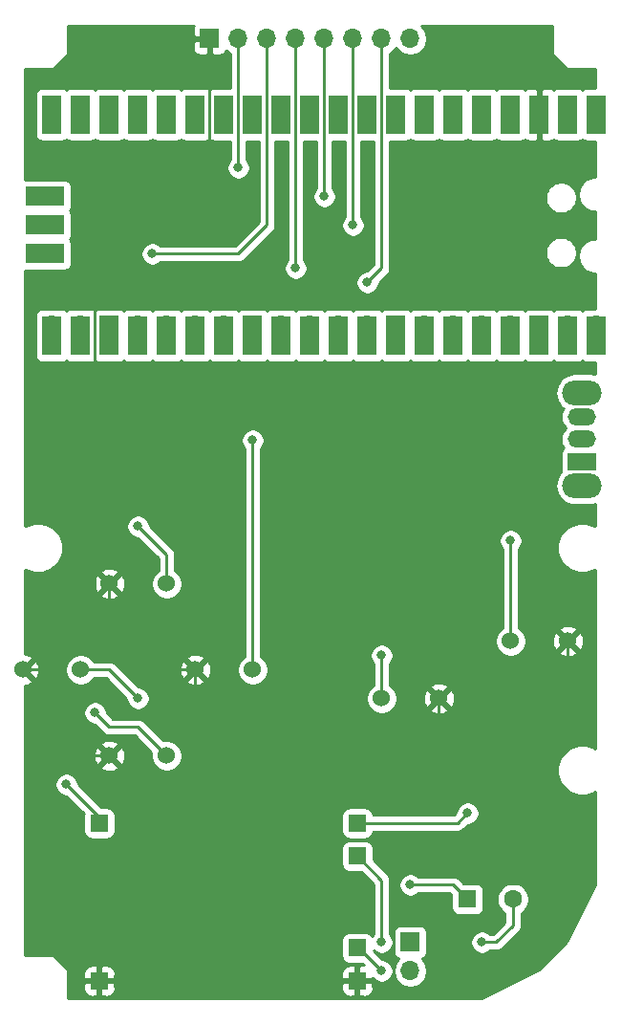
<source format=gbr>
%TF.GenerationSoftware,KiCad,Pcbnew,(5.1.10-1-10_14)*%
%TF.CreationDate,2021-08-15T20:20:53+09:00*%
%TF.ProjectId,gamejoy,67616d65-6a6f-4792-9e6b-696361645f70,rev?*%
%TF.SameCoordinates,Original*%
%TF.FileFunction,Copper,L2,Bot*%
%TF.FilePolarity,Positive*%
%FSLAX46Y46*%
G04 Gerber Fmt 4.6, Leading zero omitted, Abs format (unit mm)*
G04 Created by KiCad (PCBNEW (5.1.10-1-10_14)) date 2021-08-15 20:20:53*
%MOMM*%
%LPD*%
G01*
G04 APERTURE LIST*
%TA.AperFunction,ComponentPad*%
%ADD10R,1.700000X1.700000*%
%TD*%
%TA.AperFunction,ComponentPad*%
%ADD11O,1.700000X1.700000*%
%TD*%
%TA.AperFunction,ComponentPad*%
%ADD12R,1.600000X1.600000*%
%TD*%
%TA.AperFunction,ComponentPad*%
%ADD13C,1.600000*%
%TD*%
%TA.AperFunction,ComponentPad*%
%ADD14C,1.524000*%
%TD*%
%TA.AperFunction,ComponentPad*%
%ADD15R,2.500000X1.500000*%
%TD*%
%TA.AperFunction,ComponentPad*%
%ADD16O,2.500000X1.500000*%
%TD*%
%TA.AperFunction,ComponentPad*%
%ADD17O,3.500000X2.200000*%
%TD*%
%TA.AperFunction,SMDPad,CuDef*%
%ADD18R,1.700000X3.500000*%
%TD*%
%TA.AperFunction,SMDPad,CuDef*%
%ADD19R,3.500000X1.700000*%
%TD*%
%TA.AperFunction,ComponentPad*%
%ADD20R,1.524000X1.524000*%
%TD*%
%TA.AperFunction,ViaPad*%
%ADD21C,0.800000*%
%TD*%
%TA.AperFunction,Conductor*%
%ADD22C,0.250000*%
%TD*%
%TA.AperFunction,Conductor*%
%ADD23C,0.254000*%
%TD*%
%TA.AperFunction,Conductor*%
%ADD24C,0.100000*%
%TD*%
G04 APERTURE END LIST*
D10*
%TO.P,BT1,1*%
%TO.N,Net-(BT1-Pad1)*%
X114300000Y-138430000D03*
D11*
%TO.P,BT1,2*%
%TO.N,Net-(BT1-Pad2)*%
X114300000Y-140970000D03*
%TD*%
D12*
%TO.P,BZ1,1*%
%TO.N,Net-(BZ1-Pad1)*%
X119380000Y-134620000D03*
D13*
%TO.P,BZ1,2*%
%TO.N,Net-(BZ1-Pad2)*%
X123380000Y-134620000D03*
%TD*%
D14*
%TO.P,SW1,2*%
%TO.N,Net-(SW1-Pad2)*%
X85090000Y-114300000D03*
%TO.P,SW1,1*%
%TO.N,Net-(SW1-Pad1)*%
X80010000Y-114300000D03*
%TD*%
%TO.P,SW2,1*%
%TO.N,Net-(SW1-Pad1)*%
X87630000Y-106680000D03*
%TO.P,SW2,2*%
%TO.N,Net-(SW2-Pad2)*%
X92710000Y-106680000D03*
%TD*%
%TO.P,SW3,1*%
%TO.N,Net-(SW1-Pad1)*%
X87630000Y-121920000D03*
%TO.P,SW3,2*%
%TO.N,Net-(SW3-Pad2)*%
X92710000Y-121920000D03*
%TD*%
%TO.P,SW4,2*%
%TO.N,Net-(SW4-Pad2)*%
X100330000Y-114300000D03*
%TO.P,SW4,1*%
%TO.N,Net-(SW1-Pad1)*%
X95250000Y-114300000D03*
%TD*%
%TO.P,SW5,1*%
%TO.N,Net-(SW5-Pad1)*%
X111760000Y-116840000D03*
%TO.P,SW5,2*%
%TO.N,Net-(SW1-Pad1)*%
X116840000Y-116840000D03*
%TD*%
%TO.P,SW6,2*%
%TO.N,Net-(SW1-Pad1)*%
X128270000Y-111760000D03*
%TO.P,SW6,1*%
%TO.N,Net-(SW6-Pad1)*%
X123190000Y-111760000D03*
%TD*%
D15*
%TO.P,SW7,1*%
%TO.N,Net-(SW7-Pad1)*%
X129540000Y-95885000D03*
D16*
%TO.P,SW7,2*%
%TO.N,Net-(SW7-Pad2)*%
X129540000Y-93885000D03*
%TO.P,SW7,3*%
%TO.N,Net-(SW7-Pad3)*%
X129540000Y-91885000D03*
D17*
%TO.P,SW7,*%
%TO.N,*%
X129540000Y-97985000D03*
X129540000Y-89785000D03*
%TD*%
D11*
%TO.P,U1,1*%
%TO.N,Net-(U1-Pad1)*%
X130810000Y-83820000D03*
%TO.P,U1,2*%
%TO.N,Net-(U1-Pad2)*%
X128270000Y-83820000D03*
D10*
%TO.P,U1,3*%
%TO.N,Net-(U1-Pad3)*%
X125730000Y-83820000D03*
D11*
%TO.P,U1,4*%
%TO.N,Net-(SW6-Pad1)*%
X123190000Y-83820000D03*
%TO.P,U1,5*%
%TO.N,Net-(SW5-Pad1)*%
X120650000Y-83820000D03*
%TO.P,U1,6*%
%TO.N,Net-(U1-Pad6)*%
X118110000Y-83820000D03*
%TO.P,U1,7*%
%TO.N,Net-(U1-Pad7)*%
X115570000Y-83820000D03*
D10*
%TO.P,U1,8*%
%TO.N,Net-(U1-Pad8)*%
X113030000Y-83820000D03*
D11*
%TO.P,U1,9*%
%TO.N,Net-(U1-Pad9)*%
X110490000Y-83820000D03*
%TO.P,U1,10*%
%TO.N,Net-(U1-Pad10)*%
X107950000Y-83820000D03*
%TO.P,U1,11*%
%TO.N,Net-(BZ1-Pad1)*%
X105410000Y-83820000D03*
%TO.P,U1,12*%
%TO.N,Net-(BZ1-Pad2)*%
X102870000Y-83820000D03*
D10*
%TO.P,U1,13*%
%TO.N,Net-(U1-Pad13)*%
X100330000Y-83820000D03*
D11*
%TO.P,U1,14*%
%TO.N,Net-(SW4-Pad2)*%
X97790000Y-83820000D03*
%TO.P,U1,15*%
%TO.N,Net-(SW1-Pad2)*%
X95250000Y-83820000D03*
%TO.P,U1,16*%
%TO.N,Net-(SW3-Pad2)*%
X92710000Y-83820000D03*
%TO.P,U1,17*%
%TO.N,Net-(SW2-Pad2)*%
X90170000Y-83820000D03*
D10*
%TO.P,U1,18*%
%TO.N,Net-(U1-Pad18)*%
X87630000Y-83820000D03*
D11*
%TO.P,U1,19*%
%TO.N,Net-(U1-Pad19)*%
X85090000Y-83820000D03*
%TO.P,U1,20*%
%TO.N,Net-(U1-Pad20)*%
X82550000Y-83820000D03*
%TO.P,U1,21*%
%TO.N,Net-(U1-Pad21)*%
X82550000Y-66040000D03*
%TO.P,U1,22*%
%TO.N,Net-(U1-Pad22)*%
X85090000Y-66040000D03*
D10*
%TO.P,U1,23*%
%TO.N,Net-(U1-Pad23)*%
X87630000Y-66040000D03*
D11*
%TO.P,U1,24*%
%TO.N,Net-(U1-Pad24)*%
X90170000Y-66040000D03*
%TO.P,U1,25*%
%TO.N,Net-(U1-Pad25)*%
X92710000Y-66040000D03*
%TO.P,U1,26*%
%TO.N,Net-(U1-Pad26)*%
X95250000Y-66040000D03*
%TO.P,U1,27*%
%TO.N,Net-(U1-Pad27)*%
X97790000Y-66040000D03*
D10*
%TO.P,U1,28*%
%TO.N,Net-(U1-Pad28)*%
X100330000Y-66040000D03*
D11*
%TO.P,U1,29*%
%TO.N,Net-(U1-Pad29)*%
X102870000Y-66040000D03*
%TO.P,U1,30*%
%TO.N,Net-(U1-Pad30)*%
X105410000Y-66040000D03*
%TO.P,U1,31*%
%TO.N,Net-(U1-Pad31)*%
X107950000Y-66040000D03*
%TO.P,U1,32*%
%TO.N,Net-(U1-Pad32)*%
X110490000Y-66040000D03*
D10*
%TO.P,U1,33*%
%TO.N,Net-(U1-Pad33)*%
X113030000Y-66040000D03*
D11*
%TO.P,U1,34*%
%TO.N,Net-(U1-Pad34)*%
X115570000Y-66040000D03*
%TO.P,U1,35*%
%TO.N,Net-(U1-Pad35)*%
X118110000Y-66040000D03*
%TO.P,U1,36*%
%TO.N,Net-(U1-Pad36)*%
X120650000Y-66040000D03*
%TO.P,U1,37*%
%TO.N,Net-(U1-Pad37)*%
X123190000Y-66040000D03*
D10*
%TO.P,U1,38*%
%TO.N,Net-(SW1-Pad1)*%
X125730000Y-66040000D03*
D11*
%TO.P,U1,39*%
%TO.N,Net-(SW7-Pad2)*%
X128270000Y-66040000D03*
%TO.P,U1,40*%
%TO.N,Net-(U1-Pad40)*%
X130810000Y-66040000D03*
D18*
%TO.P,U1,1*%
%TO.N,Net-(U1-Pad1)*%
X130810000Y-84720000D03*
%TO.P,U1,2*%
%TO.N,Net-(U1-Pad2)*%
X128270000Y-84720000D03*
%TO.P,U1,3*%
%TO.N,Net-(U1-Pad3)*%
X125730000Y-84720000D03*
%TO.P,U1,4*%
%TO.N,Net-(SW6-Pad1)*%
X123190000Y-84720000D03*
%TO.P,U1,5*%
%TO.N,Net-(SW5-Pad1)*%
X120650000Y-84720000D03*
%TO.P,U1,6*%
%TO.N,Net-(U1-Pad6)*%
X118110000Y-84720000D03*
%TO.P,U1,7*%
%TO.N,Net-(U1-Pad7)*%
X115570000Y-84720000D03*
%TO.P,U1,8*%
%TO.N,Net-(U1-Pad8)*%
X113030000Y-84720000D03*
%TO.P,U1,9*%
%TO.N,Net-(U1-Pad9)*%
X110490000Y-84720000D03*
%TO.P,U1,10*%
%TO.N,Net-(U1-Pad10)*%
X107950000Y-84720000D03*
%TO.P,U1,11*%
%TO.N,Net-(BZ1-Pad1)*%
X105410000Y-84720000D03*
%TO.P,U1,12*%
%TO.N,Net-(BZ1-Pad2)*%
X102870000Y-84720000D03*
%TO.P,U1,13*%
%TO.N,Net-(U1-Pad13)*%
X100330000Y-84720000D03*
%TO.P,U1,14*%
%TO.N,Net-(SW4-Pad2)*%
X97790000Y-84720000D03*
%TO.P,U1,15*%
%TO.N,Net-(SW1-Pad2)*%
X95250000Y-84720000D03*
%TO.P,U1,16*%
%TO.N,Net-(SW3-Pad2)*%
X92710000Y-84720000D03*
%TO.P,U1,17*%
%TO.N,Net-(SW2-Pad2)*%
X90170000Y-84720000D03*
%TO.P,U1,18*%
%TO.N,Net-(U1-Pad18)*%
X87630000Y-84720000D03*
%TO.P,U1,19*%
%TO.N,Net-(U1-Pad19)*%
X85090000Y-84720000D03*
%TO.P,U1,20*%
%TO.N,Net-(U1-Pad20)*%
X82550000Y-84720000D03*
%TO.P,U1,40*%
%TO.N,Net-(U1-Pad40)*%
X130810000Y-65140000D03*
%TO.P,U1,39*%
%TO.N,Net-(SW7-Pad2)*%
X128270000Y-65140000D03*
%TO.P,U1,38*%
%TO.N,Net-(SW1-Pad1)*%
X125730000Y-65140000D03*
%TO.P,U1,37*%
%TO.N,Net-(U1-Pad37)*%
X123190000Y-65140000D03*
%TO.P,U1,36*%
%TO.N,Net-(U1-Pad36)*%
X120650000Y-65140000D03*
%TO.P,U1,35*%
%TO.N,Net-(U1-Pad35)*%
X118110000Y-65140000D03*
%TO.P,U1,34*%
%TO.N,Net-(U1-Pad34)*%
X115570000Y-65140000D03*
%TO.P,U1,33*%
%TO.N,Net-(U1-Pad33)*%
X113030000Y-65140000D03*
%TO.P,U1,32*%
%TO.N,Net-(U1-Pad32)*%
X110490000Y-65140000D03*
%TO.P,U1,31*%
%TO.N,Net-(U1-Pad31)*%
X107950000Y-65140000D03*
%TO.P,U1,30*%
%TO.N,Net-(U1-Pad30)*%
X105410000Y-65140000D03*
%TO.P,U1,29*%
%TO.N,Net-(U1-Pad29)*%
X102870000Y-65140000D03*
%TO.P,U1,28*%
%TO.N,Net-(U1-Pad28)*%
X100330000Y-65140000D03*
%TO.P,U1,27*%
%TO.N,Net-(U1-Pad27)*%
X97790000Y-65140000D03*
%TO.P,U1,26*%
%TO.N,Net-(U1-Pad26)*%
X95250000Y-65140000D03*
%TO.P,U1,25*%
%TO.N,Net-(U1-Pad25)*%
X92710000Y-65140000D03*
%TO.P,U1,24*%
%TO.N,Net-(U1-Pad24)*%
X90170000Y-65140000D03*
%TO.P,U1,23*%
%TO.N,Net-(U1-Pad23)*%
X87630000Y-65140000D03*
%TO.P,U1,22*%
%TO.N,Net-(U1-Pad22)*%
X85090000Y-65140000D03*
%TO.P,U1,21*%
%TO.N,Net-(U1-Pad21)*%
X82550000Y-65140000D03*
D19*
%TO.P,U1,41*%
%TO.N,Net-(U1-Pad41)*%
X81880000Y-77470000D03*
D11*
X82780000Y-77470000D03*
D19*
%TO.P,U1,42*%
%TO.N,Net-(U1-Pad42)*%
X81880000Y-74930000D03*
D10*
X82780000Y-74930000D03*
D19*
%TO.P,U1,43*%
%TO.N,Net-(U1-Pad43)*%
X81880000Y-72390000D03*
D11*
X82780000Y-72390000D03*
%TD*%
D10*
%TO.P,U2,1*%
%TO.N,Net-(SW1-Pad1)*%
X96520000Y-58420000D03*
D11*
%TO.P,U2,2*%
%TO.N,Net-(U1-Pad36)*%
X99060000Y-58420000D03*
%TO.P,U2,3*%
%TO.N,Net-(U1-Pad24)*%
X101600000Y-58420000D03*
%TO.P,U2,4*%
%TO.N,Net-(U1-Pad25)*%
X104140000Y-58420000D03*
%TO.P,U2,5*%
%TO.N,Net-(U1-Pad27)*%
X106680000Y-58420000D03*
%TO.P,U2,6*%
%TO.N,Net-(U1-Pad26)*%
X109220000Y-58420000D03*
%TO.P,U2,7*%
%TO.N,Net-(U1-Pad22)*%
X111760000Y-58420000D03*
%TO.P,U2,8*%
%TO.N,Net-(U2-Pad8)*%
X114300000Y-58420000D03*
%TD*%
D20*
%TO.P,U3,5*%
%TO.N,Net-(U1-Pad40)*%
X86741000Y-127889000D03*
%TO.P,U3,6*%
%TO.N,Net-(SW1-Pad1)*%
X86741000Y-141859000D03*
%TO.P,U3,4*%
X109601000Y-141859000D03*
%TO.P,U3,3*%
%TO.N,Net-(SW7-Pad1)*%
X109601000Y-127889000D03*
%TO.P,U3,2*%
%TO.N,Net-(BT1-Pad2)*%
X109601000Y-138938000D03*
%TO.P,U3,1*%
%TO.N,Net-(BT1-Pad1)*%
X109601000Y-130810000D03*
%TD*%
D21*
%TO.N,Net-(BT1-Pad1)*%
X111760000Y-138430000D03*
%TO.N,Net-(BT1-Pad2)*%
X111760000Y-140970000D03*
%TO.N,Net-(BZ1-Pad1)*%
X114300000Y-133350000D03*
%TO.N,Net-(BZ1-Pad2)*%
X120650000Y-138430000D03*
%TO.N,Net-(SW1-Pad2)*%
X90170000Y-116840000D03*
%TO.N,Net-(SW1-Pad1)*%
X96520000Y-72390000D03*
%TO.N,Net-(SW2-Pad2)*%
X90170000Y-101600000D03*
%TO.N,Net-(SW3-Pad2)*%
X86360000Y-118110000D03*
%TO.N,Net-(SW4-Pad2)*%
X100330000Y-93980000D03*
%TO.N,Net-(SW5-Pad1)*%
X111760000Y-113030000D03*
%TO.N,Net-(SW6-Pad1)*%
X123190000Y-102870000D03*
%TO.N,Net-(SW7-Pad1)*%
X119380000Y-127000000D03*
%TO.N,Net-(U1-Pad22)*%
X110490000Y-80010000D03*
%TO.N,Net-(U1-Pad24)*%
X91440000Y-77470000D03*
%TO.N,Net-(U1-Pad25)*%
X104140000Y-78740000D03*
%TO.N,Net-(U1-Pad26)*%
X109220000Y-74930000D03*
%TO.N,Net-(U1-Pad27)*%
X106680000Y-72390000D03*
%TO.N,Net-(U1-Pad36)*%
X99060000Y-69850000D03*
%TO.N,Net-(U1-Pad40)*%
X83820000Y-124460000D03*
%TD*%
D22*
%TO.N,Net-(BT1-Pad1)*%
X111760000Y-132969000D02*
X109601000Y-130810000D01*
X111760000Y-138430000D02*
X111760000Y-132969000D01*
%TO.N,Net-(BT1-Pad2)*%
X109728000Y-138938000D02*
X109601000Y-138938000D01*
X111760000Y-140970000D02*
X109728000Y-138938000D01*
%TO.N,Net-(BZ1-Pad1)*%
X118110000Y-133350000D02*
X119380000Y-134620000D01*
X114300000Y-133350000D02*
X118110000Y-133350000D01*
%TO.N,Net-(BZ1-Pad2)*%
X120650000Y-138430000D02*
X121920000Y-138430000D01*
X123380000Y-136970000D02*
X123380000Y-134620000D01*
X121920000Y-138430000D02*
X123380000Y-136970000D01*
%TO.N,Net-(SW1-Pad2)*%
X87630000Y-114300000D02*
X85090000Y-114300000D01*
X90170000Y-116840000D02*
X87630000Y-114300000D01*
%TO.N,Net-(SW1-Pad1)*%
X96520000Y-58420000D02*
X96520000Y-72390000D01*
X86741000Y-141859000D02*
X85979000Y-141859000D01*
X95250000Y-114300000D02*
X90170000Y-114300000D01*
X87630000Y-111760000D02*
X87630000Y-106680000D01*
X90170000Y-114300000D02*
X87630000Y-111760000D01*
X95250000Y-121920000D02*
X95250000Y-114300000D01*
X116840000Y-124460000D02*
X97790000Y-124460000D01*
X97790000Y-124460000D02*
X95250000Y-121920000D01*
X116840000Y-116840000D02*
X116840000Y-124460000D01*
X121920000Y-124460000D02*
X116840000Y-124460000D01*
X128270000Y-118110000D02*
X121920000Y-124460000D01*
X128270000Y-111760000D02*
X128270000Y-118110000D01*
X109601000Y-141859000D02*
X98679000Y-141859000D01*
X98679000Y-141859000D02*
X95250000Y-138430000D01*
X95250000Y-138430000D02*
X95250000Y-121920000D01*
X86741000Y-137541000D02*
X86741000Y-141859000D01*
X82550000Y-133350000D02*
X86741000Y-137541000D01*
X80010000Y-114300000D02*
X82550000Y-114300000D01*
X82550000Y-111760000D02*
X82550000Y-114300000D01*
X87630000Y-111760000D02*
X82550000Y-111760000D01*
X87630000Y-121920000D02*
X82550000Y-121920000D01*
X82550000Y-121920000D02*
X82550000Y-133350000D01*
X82550000Y-114300000D02*
X82550000Y-121920000D01*
X88900000Y-72390000D02*
X86360000Y-74930000D01*
X86360000Y-107950000D02*
X82550000Y-111760000D01*
X86360000Y-74930000D02*
X86360000Y-107950000D01*
X96520000Y-72390000D02*
X88900000Y-72390000D01*
%TO.N,Net-(SW2-Pad2)*%
X90170000Y-101600000D02*
X92710000Y-104140000D01*
X92710000Y-104140000D02*
X92710000Y-106680000D01*
%TO.N,Net-(SW3-Pad2)*%
X86360000Y-118110000D02*
X87630000Y-119380000D01*
X90170000Y-119380000D02*
X92710000Y-121920000D01*
X87630000Y-119380000D02*
X90170000Y-119380000D01*
%TO.N,Net-(SW4-Pad2)*%
X100330000Y-93980000D02*
X100330000Y-114300000D01*
%TO.N,Net-(SW5-Pad1)*%
X111760000Y-113030000D02*
X111760000Y-116840000D01*
%TO.N,Net-(SW6-Pad1)*%
X123190000Y-102870000D02*
X123190000Y-111760000D01*
%TO.N,Net-(SW7-Pad1)*%
X118491000Y-127889000D02*
X109601000Y-127889000D01*
X119380000Y-127000000D02*
X118491000Y-127889000D01*
%TO.N,Net-(U1-Pad22)*%
X111760000Y-58420000D02*
X111760000Y-68383002D01*
X111760000Y-68383002D02*
X111760000Y-78740000D01*
X111760000Y-78740000D02*
X110490000Y-80010000D01*
%TO.N,Net-(U1-Pad24)*%
X101600000Y-58420000D02*
X101600000Y-74930000D01*
X101600000Y-74930000D02*
X99060000Y-77470000D01*
X99060000Y-77470000D02*
X91440000Y-77470000D01*
%TO.N,Net-(U1-Pad25)*%
X104140000Y-58420000D02*
X104140000Y-78740000D01*
%TO.N,Net-(U1-Pad26)*%
X109220000Y-58420000D02*
X109220000Y-74930000D01*
%TO.N,Net-(U1-Pad27)*%
X106680000Y-58420000D02*
X106680000Y-72390000D01*
%TO.N,Net-(U1-Pad36)*%
X99060000Y-58420000D02*
X99060000Y-67055002D01*
X99060000Y-67055002D02*
X99060000Y-69850000D01*
%TO.N,Net-(U1-Pad40)*%
X86741000Y-127381000D02*
X86741000Y-127889000D01*
X83820000Y-124460000D02*
X86741000Y-127381000D01*
%TD*%
D23*
%TO.N,Net-(SW1-Pad1)*%
X95080498Y-57325820D02*
X95044188Y-57445518D01*
X95031928Y-57570000D01*
X95035000Y-58134250D01*
X95193750Y-58293000D01*
X96393000Y-58293000D01*
X96393000Y-58273000D01*
X96647000Y-58273000D01*
X96647000Y-58293000D01*
X96667000Y-58293000D01*
X96667000Y-58547000D01*
X96647000Y-58547000D01*
X96647000Y-59746250D01*
X96805750Y-59905000D01*
X97370000Y-59908072D01*
X97494482Y-59895812D01*
X97614180Y-59859502D01*
X97724494Y-59800537D01*
X97821185Y-59721185D01*
X97900537Y-59624494D01*
X97959502Y-59514180D01*
X97981513Y-59441620D01*
X98113368Y-59573475D01*
X98300000Y-59698179D01*
X98300001Y-62751928D01*
X96940000Y-62751928D01*
X96815518Y-62764188D01*
X96695820Y-62800498D01*
X96585506Y-62859463D01*
X96520000Y-62913222D01*
X96454494Y-62859463D01*
X96344180Y-62800498D01*
X96224482Y-62764188D01*
X96100000Y-62751928D01*
X94400000Y-62751928D01*
X94275518Y-62764188D01*
X94155820Y-62800498D01*
X94045506Y-62859463D01*
X93980000Y-62913222D01*
X93914494Y-62859463D01*
X93804180Y-62800498D01*
X93684482Y-62764188D01*
X93560000Y-62751928D01*
X91860000Y-62751928D01*
X91735518Y-62764188D01*
X91615820Y-62800498D01*
X91505506Y-62859463D01*
X91440000Y-62913222D01*
X91374494Y-62859463D01*
X91264180Y-62800498D01*
X91144482Y-62764188D01*
X91020000Y-62751928D01*
X89320000Y-62751928D01*
X89195518Y-62764188D01*
X89075820Y-62800498D01*
X88965506Y-62859463D01*
X88900000Y-62913222D01*
X88834494Y-62859463D01*
X88724180Y-62800498D01*
X88604482Y-62764188D01*
X88480000Y-62751928D01*
X86780000Y-62751928D01*
X86655518Y-62764188D01*
X86535820Y-62800498D01*
X86425506Y-62859463D01*
X86360000Y-62913222D01*
X86294494Y-62859463D01*
X86184180Y-62800498D01*
X86064482Y-62764188D01*
X85940000Y-62751928D01*
X84240000Y-62751928D01*
X84115518Y-62764188D01*
X83995820Y-62800498D01*
X83885506Y-62859463D01*
X83820000Y-62913222D01*
X83754494Y-62859463D01*
X83644180Y-62800498D01*
X83524482Y-62764188D01*
X83400000Y-62751928D01*
X81700000Y-62751928D01*
X81575518Y-62764188D01*
X81455820Y-62800498D01*
X81345506Y-62859463D01*
X81248815Y-62938815D01*
X81169463Y-63035506D01*
X81110498Y-63145820D01*
X81074188Y-63265518D01*
X81061928Y-63390000D01*
X81061928Y-66890000D01*
X81074188Y-67014482D01*
X81110498Y-67134180D01*
X81169463Y-67244494D01*
X81248815Y-67341185D01*
X81345506Y-67420537D01*
X81455820Y-67479502D01*
X81575518Y-67515812D01*
X81700000Y-67528072D01*
X83400000Y-67528072D01*
X83524482Y-67515812D01*
X83644180Y-67479502D01*
X83754494Y-67420537D01*
X83820000Y-67366778D01*
X83885506Y-67420537D01*
X83995820Y-67479502D01*
X84115518Y-67515812D01*
X84240000Y-67528072D01*
X85940000Y-67528072D01*
X86064482Y-67515812D01*
X86184180Y-67479502D01*
X86294494Y-67420537D01*
X86360000Y-67366778D01*
X86425506Y-67420537D01*
X86535820Y-67479502D01*
X86655518Y-67515812D01*
X86780000Y-67528072D01*
X88480000Y-67528072D01*
X88604482Y-67515812D01*
X88724180Y-67479502D01*
X88834494Y-67420537D01*
X88900000Y-67366778D01*
X88965506Y-67420537D01*
X89075820Y-67479502D01*
X89195518Y-67515812D01*
X89320000Y-67528072D01*
X91020000Y-67528072D01*
X91144482Y-67515812D01*
X91264180Y-67479502D01*
X91374494Y-67420537D01*
X91440000Y-67366778D01*
X91505506Y-67420537D01*
X91615820Y-67479502D01*
X91735518Y-67515812D01*
X91860000Y-67528072D01*
X93560000Y-67528072D01*
X93684482Y-67515812D01*
X93804180Y-67479502D01*
X93914494Y-67420537D01*
X93980000Y-67366778D01*
X94045506Y-67420537D01*
X94155820Y-67479502D01*
X94275518Y-67515812D01*
X94400000Y-67528072D01*
X96100000Y-67528072D01*
X96224482Y-67515812D01*
X96344180Y-67479502D01*
X96454494Y-67420537D01*
X96520000Y-67366778D01*
X96585506Y-67420537D01*
X96695820Y-67479502D01*
X96815518Y-67515812D01*
X96940000Y-67528072D01*
X98300000Y-67528072D01*
X98300001Y-69146288D01*
X98256063Y-69190226D01*
X98142795Y-69359744D01*
X98064774Y-69548102D01*
X98025000Y-69748061D01*
X98025000Y-69951939D01*
X98064774Y-70151898D01*
X98142795Y-70340256D01*
X98256063Y-70509774D01*
X98400226Y-70653937D01*
X98569744Y-70767205D01*
X98758102Y-70845226D01*
X98958061Y-70885000D01*
X99161939Y-70885000D01*
X99361898Y-70845226D01*
X99550256Y-70767205D01*
X99719774Y-70653937D01*
X99863937Y-70509774D01*
X99977205Y-70340256D01*
X100055226Y-70151898D01*
X100095000Y-69951939D01*
X100095000Y-69748061D01*
X100055226Y-69548102D01*
X99977205Y-69359744D01*
X99863937Y-69190226D01*
X99820000Y-69146289D01*
X99820000Y-67528072D01*
X100840001Y-67528072D01*
X100840001Y-74615196D01*
X98745199Y-76710000D01*
X92143711Y-76710000D01*
X92099774Y-76666063D01*
X91930256Y-76552795D01*
X91741898Y-76474774D01*
X91541939Y-76435000D01*
X91338061Y-76435000D01*
X91138102Y-76474774D01*
X90949744Y-76552795D01*
X90780226Y-76666063D01*
X90636063Y-76810226D01*
X90522795Y-76979744D01*
X90444774Y-77168102D01*
X90405000Y-77368061D01*
X90405000Y-77571939D01*
X90444774Y-77771898D01*
X90522795Y-77960256D01*
X90636063Y-78129774D01*
X90780226Y-78273937D01*
X90949744Y-78387205D01*
X91138102Y-78465226D01*
X91338061Y-78505000D01*
X91541939Y-78505000D01*
X91741898Y-78465226D01*
X91930256Y-78387205D01*
X92099774Y-78273937D01*
X92143711Y-78230000D01*
X99022678Y-78230000D01*
X99060000Y-78233676D01*
X99097322Y-78230000D01*
X99097333Y-78230000D01*
X99208986Y-78219003D01*
X99352247Y-78175546D01*
X99484276Y-78104974D01*
X99600001Y-78010001D01*
X99623804Y-77980997D01*
X102111008Y-75493795D01*
X102140001Y-75470001D01*
X102163795Y-75441008D01*
X102163799Y-75441004D01*
X102234973Y-75354277D01*
X102234974Y-75354276D01*
X102305546Y-75222247D01*
X102349003Y-75078986D01*
X102360000Y-74967333D01*
X102360000Y-74967324D01*
X102363676Y-74930001D01*
X102360000Y-74892678D01*
X102360000Y-67528072D01*
X103380000Y-67528072D01*
X103380001Y-78036288D01*
X103336063Y-78080226D01*
X103222795Y-78249744D01*
X103144774Y-78438102D01*
X103105000Y-78638061D01*
X103105000Y-78841939D01*
X103144774Y-79041898D01*
X103222795Y-79230256D01*
X103336063Y-79399774D01*
X103480226Y-79543937D01*
X103649744Y-79657205D01*
X103838102Y-79735226D01*
X104038061Y-79775000D01*
X104241939Y-79775000D01*
X104441898Y-79735226D01*
X104630256Y-79657205D01*
X104799774Y-79543937D01*
X104943937Y-79399774D01*
X105057205Y-79230256D01*
X105135226Y-79041898D01*
X105175000Y-78841939D01*
X105175000Y-78638061D01*
X105135226Y-78438102D01*
X105057205Y-78249744D01*
X104943937Y-78080226D01*
X104900000Y-78036289D01*
X104900000Y-67528072D01*
X105920001Y-67528072D01*
X105920001Y-71686288D01*
X105876063Y-71730226D01*
X105762795Y-71899744D01*
X105684774Y-72088102D01*
X105645000Y-72288061D01*
X105645000Y-72491939D01*
X105684774Y-72691898D01*
X105762795Y-72880256D01*
X105876063Y-73049774D01*
X106020226Y-73193937D01*
X106189744Y-73307205D01*
X106378102Y-73385226D01*
X106578061Y-73425000D01*
X106781939Y-73425000D01*
X106981898Y-73385226D01*
X107170256Y-73307205D01*
X107339774Y-73193937D01*
X107483937Y-73049774D01*
X107597205Y-72880256D01*
X107675226Y-72691898D01*
X107715000Y-72491939D01*
X107715000Y-72288061D01*
X107675226Y-72088102D01*
X107597205Y-71899744D01*
X107483937Y-71730226D01*
X107440000Y-71686289D01*
X107440000Y-67528072D01*
X108460001Y-67528072D01*
X108460001Y-74226288D01*
X108416063Y-74270226D01*
X108302795Y-74439744D01*
X108224774Y-74628102D01*
X108185000Y-74828061D01*
X108185000Y-75031939D01*
X108224774Y-75231898D01*
X108302795Y-75420256D01*
X108416063Y-75589774D01*
X108560226Y-75733937D01*
X108729744Y-75847205D01*
X108918102Y-75925226D01*
X109118061Y-75965000D01*
X109321939Y-75965000D01*
X109521898Y-75925226D01*
X109710256Y-75847205D01*
X109879774Y-75733937D01*
X110023937Y-75589774D01*
X110137205Y-75420256D01*
X110215226Y-75231898D01*
X110255000Y-75031939D01*
X110255000Y-74828061D01*
X110215226Y-74628102D01*
X110137205Y-74439744D01*
X110023937Y-74270226D01*
X109980000Y-74226289D01*
X109980000Y-67528072D01*
X111000001Y-67528072D01*
X111000001Y-68345660D01*
X111000000Y-68345670D01*
X111000001Y-78425197D01*
X110450199Y-78975000D01*
X110388061Y-78975000D01*
X110188102Y-79014774D01*
X109999744Y-79092795D01*
X109830226Y-79206063D01*
X109686063Y-79350226D01*
X109572795Y-79519744D01*
X109494774Y-79708102D01*
X109455000Y-79908061D01*
X109455000Y-80111939D01*
X109494774Y-80311898D01*
X109572795Y-80500256D01*
X109686063Y-80669774D01*
X109830226Y-80813937D01*
X109999744Y-80927205D01*
X110188102Y-81005226D01*
X110388061Y-81045000D01*
X110591939Y-81045000D01*
X110791898Y-81005226D01*
X110980256Y-80927205D01*
X111149774Y-80813937D01*
X111293937Y-80669774D01*
X111407205Y-80500256D01*
X111485226Y-80311898D01*
X111525000Y-80111939D01*
X111525000Y-80049801D01*
X112271003Y-79303799D01*
X112300001Y-79280001D01*
X112394974Y-79164276D01*
X112465546Y-79032247D01*
X112509003Y-78888986D01*
X112520000Y-78777333D01*
X112520000Y-78777324D01*
X112523676Y-78740001D01*
X112520000Y-78702678D01*
X112520000Y-77218589D01*
X126265000Y-77218589D01*
X126265000Y-77491411D01*
X126318225Y-77758989D01*
X126422629Y-78011043D01*
X126574201Y-78237886D01*
X126767114Y-78430799D01*
X126993957Y-78582371D01*
X127246011Y-78686775D01*
X127513589Y-78740000D01*
X127786411Y-78740000D01*
X128053989Y-78686775D01*
X128306043Y-78582371D01*
X128532886Y-78430799D01*
X128725799Y-78237886D01*
X128877371Y-78011043D01*
X128981775Y-77758989D01*
X129035000Y-77491411D01*
X129035000Y-77218589D01*
X128981775Y-76951011D01*
X128877371Y-76698957D01*
X128725799Y-76472114D01*
X128532886Y-76279201D01*
X128306043Y-76127629D01*
X128053989Y-76023225D01*
X127786411Y-75970000D01*
X127513589Y-75970000D01*
X127246011Y-76023225D01*
X126993957Y-76127629D01*
X126767114Y-76279201D01*
X126574201Y-76472114D01*
X126422629Y-76698957D01*
X126318225Y-76951011D01*
X126265000Y-77218589D01*
X112520000Y-77218589D01*
X112520000Y-72368589D01*
X126265000Y-72368589D01*
X126265000Y-72641411D01*
X126318225Y-72908989D01*
X126422629Y-73161043D01*
X126574201Y-73387886D01*
X126767114Y-73580799D01*
X126993957Y-73732371D01*
X127246011Y-73836775D01*
X127513589Y-73890000D01*
X127786411Y-73890000D01*
X128053989Y-73836775D01*
X128306043Y-73732371D01*
X128532886Y-73580799D01*
X128725799Y-73387886D01*
X128877371Y-73161043D01*
X128981775Y-72908989D01*
X129035000Y-72641411D01*
X129035000Y-72368589D01*
X128981775Y-72101011D01*
X128877371Y-71848957D01*
X128725799Y-71622114D01*
X128532886Y-71429201D01*
X128306043Y-71277629D01*
X128053989Y-71173225D01*
X127786411Y-71120000D01*
X127513589Y-71120000D01*
X127246011Y-71173225D01*
X126993957Y-71277629D01*
X126767114Y-71429201D01*
X126574201Y-71622114D01*
X126422629Y-71848957D01*
X126318225Y-72101011D01*
X126265000Y-72368589D01*
X112520000Y-72368589D01*
X112520000Y-67528072D01*
X113880000Y-67528072D01*
X114004482Y-67515812D01*
X114124180Y-67479502D01*
X114234494Y-67420537D01*
X114300000Y-67366778D01*
X114365506Y-67420537D01*
X114475820Y-67479502D01*
X114595518Y-67515812D01*
X114720000Y-67528072D01*
X116420000Y-67528072D01*
X116544482Y-67515812D01*
X116664180Y-67479502D01*
X116774494Y-67420537D01*
X116840000Y-67366778D01*
X116905506Y-67420537D01*
X117015820Y-67479502D01*
X117135518Y-67515812D01*
X117260000Y-67528072D01*
X118960000Y-67528072D01*
X119084482Y-67515812D01*
X119204180Y-67479502D01*
X119314494Y-67420537D01*
X119380000Y-67366778D01*
X119445506Y-67420537D01*
X119555820Y-67479502D01*
X119675518Y-67515812D01*
X119800000Y-67528072D01*
X121500000Y-67528072D01*
X121624482Y-67515812D01*
X121744180Y-67479502D01*
X121854494Y-67420537D01*
X121920000Y-67366778D01*
X121985506Y-67420537D01*
X122095820Y-67479502D01*
X122215518Y-67515812D01*
X122340000Y-67528072D01*
X124040000Y-67528072D01*
X124164482Y-67515812D01*
X124284180Y-67479502D01*
X124394494Y-67420537D01*
X124460000Y-67366778D01*
X124525506Y-67420537D01*
X124635820Y-67479502D01*
X124755518Y-67515812D01*
X124880000Y-67528072D01*
X125444250Y-67525000D01*
X125603000Y-67366250D01*
X125603000Y-62913750D01*
X125444250Y-62755000D01*
X124880000Y-62751928D01*
X124755518Y-62764188D01*
X124635820Y-62800498D01*
X124525506Y-62859463D01*
X124460000Y-62913222D01*
X124394494Y-62859463D01*
X124284180Y-62800498D01*
X124164482Y-62764188D01*
X124040000Y-62751928D01*
X122340000Y-62751928D01*
X122215518Y-62764188D01*
X122095820Y-62800498D01*
X121985506Y-62859463D01*
X121920000Y-62913222D01*
X121854494Y-62859463D01*
X121744180Y-62800498D01*
X121624482Y-62764188D01*
X121500000Y-62751928D01*
X119800000Y-62751928D01*
X119675518Y-62764188D01*
X119555820Y-62800498D01*
X119445506Y-62859463D01*
X119380000Y-62913222D01*
X119314494Y-62859463D01*
X119204180Y-62800498D01*
X119084482Y-62764188D01*
X118960000Y-62751928D01*
X117260000Y-62751928D01*
X117135518Y-62764188D01*
X117015820Y-62800498D01*
X116905506Y-62859463D01*
X116840000Y-62913222D01*
X116774494Y-62859463D01*
X116664180Y-62800498D01*
X116544482Y-62764188D01*
X116420000Y-62751928D01*
X114720000Y-62751928D01*
X114595518Y-62764188D01*
X114475820Y-62800498D01*
X114365506Y-62859463D01*
X114300000Y-62913222D01*
X114234494Y-62859463D01*
X114124180Y-62800498D01*
X114004482Y-62764188D01*
X113880000Y-62751928D01*
X112520000Y-62751928D01*
X112520000Y-59698178D01*
X112706632Y-59573475D01*
X112913475Y-59366632D01*
X113030000Y-59192240D01*
X113146525Y-59366632D01*
X113353368Y-59573475D01*
X113596589Y-59735990D01*
X113866842Y-59847932D01*
X114153740Y-59905000D01*
X114446260Y-59905000D01*
X114733158Y-59847932D01*
X115003411Y-59735990D01*
X115246632Y-59573475D01*
X115453475Y-59366632D01*
X115615990Y-59123411D01*
X115727932Y-58853158D01*
X115785000Y-58566260D01*
X115785000Y-58273740D01*
X115727932Y-57986842D01*
X115615990Y-57716589D01*
X115453475Y-57473368D01*
X115257107Y-57277000D01*
X126873000Y-57277000D01*
X126873000Y-59690000D01*
X126875440Y-59714776D01*
X126882667Y-59738601D01*
X126894403Y-59760557D01*
X126910197Y-59779803D01*
X128180197Y-61049803D01*
X128199443Y-61065597D01*
X128221399Y-61077333D01*
X128245224Y-61084560D01*
X128270000Y-61087000D01*
X130683000Y-61087000D01*
X130683000Y-62751928D01*
X129960000Y-62751928D01*
X129835518Y-62764188D01*
X129715820Y-62800498D01*
X129605506Y-62859463D01*
X129540000Y-62913222D01*
X129474494Y-62859463D01*
X129364180Y-62800498D01*
X129244482Y-62764188D01*
X129120000Y-62751928D01*
X127420000Y-62751928D01*
X127295518Y-62764188D01*
X127175820Y-62800498D01*
X127065506Y-62859463D01*
X127000000Y-62913222D01*
X126934494Y-62859463D01*
X126824180Y-62800498D01*
X126704482Y-62764188D01*
X126580000Y-62751928D01*
X126015750Y-62755000D01*
X125857000Y-62913750D01*
X125857000Y-67366250D01*
X126015750Y-67525000D01*
X126580000Y-67528072D01*
X126704482Y-67515812D01*
X126824180Y-67479502D01*
X126934494Y-67420537D01*
X127000000Y-67366778D01*
X127065506Y-67420537D01*
X127175820Y-67479502D01*
X127295518Y-67515812D01*
X127420000Y-67528072D01*
X129120000Y-67528072D01*
X129244482Y-67515812D01*
X129364180Y-67479502D01*
X129474494Y-67420537D01*
X129540000Y-67366778D01*
X129605506Y-67420537D01*
X129715820Y-67479502D01*
X129835518Y-67515812D01*
X129960000Y-67528072D01*
X130683000Y-67528072D01*
X130683000Y-70670000D01*
X130528816Y-70670000D01*
X130232257Y-70728989D01*
X129952905Y-70844701D01*
X129701495Y-71012688D01*
X129487688Y-71226495D01*
X129319701Y-71477905D01*
X129203989Y-71757257D01*
X129145000Y-72053816D01*
X129145000Y-72356184D01*
X129203989Y-72652743D01*
X129319701Y-72932095D01*
X129487688Y-73183505D01*
X129701495Y-73397312D01*
X129952905Y-73565299D01*
X130232257Y-73681011D01*
X130528816Y-73740000D01*
X130683000Y-73740000D01*
X130683000Y-76120000D01*
X130528816Y-76120000D01*
X130232257Y-76178989D01*
X129952905Y-76294701D01*
X129701495Y-76462688D01*
X129487688Y-76676495D01*
X129319701Y-76927905D01*
X129203989Y-77207257D01*
X129145000Y-77503816D01*
X129145000Y-77806184D01*
X129203989Y-78102743D01*
X129319701Y-78382095D01*
X129487688Y-78633505D01*
X129701495Y-78847312D01*
X129952905Y-79015299D01*
X130232257Y-79131011D01*
X130528816Y-79190000D01*
X130683000Y-79190000D01*
X130683000Y-82331928D01*
X129960000Y-82331928D01*
X129835518Y-82344188D01*
X129715820Y-82380498D01*
X129605506Y-82439463D01*
X129540000Y-82493222D01*
X129474494Y-82439463D01*
X129364180Y-82380498D01*
X129244482Y-82344188D01*
X129120000Y-82331928D01*
X127420000Y-82331928D01*
X127295518Y-82344188D01*
X127175820Y-82380498D01*
X127065506Y-82439463D01*
X127000000Y-82493222D01*
X126934494Y-82439463D01*
X126824180Y-82380498D01*
X126704482Y-82344188D01*
X126580000Y-82331928D01*
X124880000Y-82331928D01*
X124755518Y-82344188D01*
X124635820Y-82380498D01*
X124525506Y-82439463D01*
X124460000Y-82493222D01*
X124394494Y-82439463D01*
X124284180Y-82380498D01*
X124164482Y-82344188D01*
X124040000Y-82331928D01*
X122340000Y-82331928D01*
X122215518Y-82344188D01*
X122095820Y-82380498D01*
X121985506Y-82439463D01*
X121920000Y-82493222D01*
X121854494Y-82439463D01*
X121744180Y-82380498D01*
X121624482Y-82344188D01*
X121500000Y-82331928D01*
X119800000Y-82331928D01*
X119675518Y-82344188D01*
X119555820Y-82380498D01*
X119445506Y-82439463D01*
X119380000Y-82493222D01*
X119314494Y-82439463D01*
X119204180Y-82380498D01*
X119084482Y-82344188D01*
X118960000Y-82331928D01*
X117260000Y-82331928D01*
X117135518Y-82344188D01*
X117015820Y-82380498D01*
X116905506Y-82439463D01*
X116840000Y-82493222D01*
X116774494Y-82439463D01*
X116664180Y-82380498D01*
X116544482Y-82344188D01*
X116420000Y-82331928D01*
X114720000Y-82331928D01*
X114595518Y-82344188D01*
X114475820Y-82380498D01*
X114365506Y-82439463D01*
X114300000Y-82493222D01*
X114234494Y-82439463D01*
X114124180Y-82380498D01*
X114004482Y-82344188D01*
X113880000Y-82331928D01*
X112180000Y-82331928D01*
X112055518Y-82344188D01*
X111935820Y-82380498D01*
X111825506Y-82439463D01*
X111760000Y-82493222D01*
X111694494Y-82439463D01*
X111584180Y-82380498D01*
X111464482Y-82344188D01*
X111340000Y-82331928D01*
X109640000Y-82331928D01*
X109515518Y-82344188D01*
X109395820Y-82380498D01*
X109285506Y-82439463D01*
X109220000Y-82493222D01*
X109154494Y-82439463D01*
X109044180Y-82380498D01*
X108924482Y-82344188D01*
X108800000Y-82331928D01*
X107100000Y-82331928D01*
X106975518Y-82344188D01*
X106855820Y-82380498D01*
X106745506Y-82439463D01*
X106680000Y-82493222D01*
X106614494Y-82439463D01*
X106504180Y-82380498D01*
X106384482Y-82344188D01*
X106260000Y-82331928D01*
X104560000Y-82331928D01*
X104435518Y-82344188D01*
X104315820Y-82380498D01*
X104205506Y-82439463D01*
X104140000Y-82493222D01*
X104074494Y-82439463D01*
X103964180Y-82380498D01*
X103844482Y-82344188D01*
X103720000Y-82331928D01*
X102020000Y-82331928D01*
X101895518Y-82344188D01*
X101775820Y-82380498D01*
X101665506Y-82439463D01*
X101600000Y-82493222D01*
X101534494Y-82439463D01*
X101424180Y-82380498D01*
X101304482Y-82344188D01*
X101180000Y-82331928D01*
X99480000Y-82331928D01*
X99355518Y-82344188D01*
X99235820Y-82380498D01*
X99125506Y-82439463D01*
X99060000Y-82493222D01*
X98994494Y-82439463D01*
X98884180Y-82380498D01*
X98764482Y-82344188D01*
X98640000Y-82331928D01*
X96940000Y-82331928D01*
X96815518Y-82344188D01*
X96695820Y-82380498D01*
X96585506Y-82439463D01*
X96520000Y-82493222D01*
X96454494Y-82439463D01*
X96344180Y-82380498D01*
X96224482Y-82344188D01*
X96100000Y-82331928D01*
X94400000Y-82331928D01*
X94275518Y-82344188D01*
X94155820Y-82380498D01*
X94045506Y-82439463D01*
X93980000Y-82493222D01*
X93914494Y-82439463D01*
X93804180Y-82380498D01*
X93684482Y-82344188D01*
X93560000Y-82331928D01*
X91860000Y-82331928D01*
X91735518Y-82344188D01*
X91615820Y-82380498D01*
X91505506Y-82439463D01*
X91440000Y-82493222D01*
X91374494Y-82439463D01*
X91264180Y-82380498D01*
X91144482Y-82344188D01*
X91020000Y-82331928D01*
X89320000Y-82331928D01*
X89195518Y-82344188D01*
X89075820Y-82380498D01*
X88965506Y-82439463D01*
X88900000Y-82493222D01*
X88834494Y-82439463D01*
X88724180Y-82380498D01*
X88604482Y-82344188D01*
X88480000Y-82331928D01*
X86780000Y-82331928D01*
X86655518Y-82344188D01*
X86535820Y-82380498D01*
X86425506Y-82439463D01*
X86360000Y-82493222D01*
X86294494Y-82439463D01*
X86184180Y-82380498D01*
X86064482Y-82344188D01*
X85940000Y-82331928D01*
X84240000Y-82331928D01*
X84115518Y-82344188D01*
X83995820Y-82380498D01*
X83885506Y-82439463D01*
X83820000Y-82493222D01*
X83754494Y-82439463D01*
X83644180Y-82380498D01*
X83524482Y-82344188D01*
X83400000Y-82331928D01*
X81700000Y-82331928D01*
X81575518Y-82344188D01*
X81455820Y-82380498D01*
X81345506Y-82439463D01*
X81248815Y-82518815D01*
X81169463Y-82615506D01*
X81110498Y-82725820D01*
X81074188Y-82845518D01*
X81061928Y-82970000D01*
X81061928Y-86470000D01*
X81074188Y-86594482D01*
X81110498Y-86714180D01*
X81169463Y-86824494D01*
X81248815Y-86921185D01*
X81345506Y-87000537D01*
X81455820Y-87059502D01*
X81575518Y-87095812D01*
X81700000Y-87108072D01*
X83400000Y-87108072D01*
X83524482Y-87095812D01*
X83644180Y-87059502D01*
X83754494Y-87000537D01*
X83820000Y-86946778D01*
X83885506Y-87000537D01*
X83995820Y-87059502D01*
X84115518Y-87095812D01*
X84240000Y-87108072D01*
X85940000Y-87108072D01*
X86064482Y-87095812D01*
X86184180Y-87059502D01*
X86294494Y-87000537D01*
X86360000Y-86946778D01*
X86425506Y-87000537D01*
X86535820Y-87059502D01*
X86655518Y-87095812D01*
X86780000Y-87108072D01*
X88480000Y-87108072D01*
X88604482Y-87095812D01*
X88724180Y-87059502D01*
X88834494Y-87000537D01*
X88900000Y-86946778D01*
X88965506Y-87000537D01*
X89075820Y-87059502D01*
X89195518Y-87095812D01*
X89320000Y-87108072D01*
X91020000Y-87108072D01*
X91144482Y-87095812D01*
X91264180Y-87059502D01*
X91374494Y-87000537D01*
X91440000Y-86946778D01*
X91505506Y-87000537D01*
X91615820Y-87059502D01*
X91735518Y-87095812D01*
X91860000Y-87108072D01*
X93560000Y-87108072D01*
X93684482Y-87095812D01*
X93804180Y-87059502D01*
X93914494Y-87000537D01*
X93980000Y-86946778D01*
X94045506Y-87000537D01*
X94155820Y-87059502D01*
X94275518Y-87095812D01*
X94400000Y-87108072D01*
X96100000Y-87108072D01*
X96224482Y-87095812D01*
X96344180Y-87059502D01*
X96454494Y-87000537D01*
X96520000Y-86946778D01*
X96585506Y-87000537D01*
X96695820Y-87059502D01*
X96815518Y-87095812D01*
X96940000Y-87108072D01*
X98640000Y-87108072D01*
X98764482Y-87095812D01*
X98884180Y-87059502D01*
X98994494Y-87000537D01*
X99060000Y-86946778D01*
X99125506Y-87000537D01*
X99235820Y-87059502D01*
X99355518Y-87095812D01*
X99480000Y-87108072D01*
X101180000Y-87108072D01*
X101304482Y-87095812D01*
X101424180Y-87059502D01*
X101534494Y-87000537D01*
X101600000Y-86946778D01*
X101665506Y-87000537D01*
X101775820Y-87059502D01*
X101895518Y-87095812D01*
X102020000Y-87108072D01*
X103720000Y-87108072D01*
X103844482Y-87095812D01*
X103964180Y-87059502D01*
X104074494Y-87000537D01*
X104140000Y-86946778D01*
X104205506Y-87000537D01*
X104315820Y-87059502D01*
X104435518Y-87095812D01*
X104560000Y-87108072D01*
X106260000Y-87108072D01*
X106384482Y-87095812D01*
X106504180Y-87059502D01*
X106614494Y-87000537D01*
X106680000Y-86946778D01*
X106745506Y-87000537D01*
X106855820Y-87059502D01*
X106975518Y-87095812D01*
X107100000Y-87108072D01*
X108800000Y-87108072D01*
X108924482Y-87095812D01*
X109044180Y-87059502D01*
X109154494Y-87000537D01*
X109220000Y-86946778D01*
X109285506Y-87000537D01*
X109395820Y-87059502D01*
X109515518Y-87095812D01*
X109640000Y-87108072D01*
X111340000Y-87108072D01*
X111464482Y-87095812D01*
X111584180Y-87059502D01*
X111694494Y-87000537D01*
X111760000Y-86946778D01*
X111825506Y-87000537D01*
X111935820Y-87059502D01*
X112055518Y-87095812D01*
X112180000Y-87108072D01*
X113880000Y-87108072D01*
X114004482Y-87095812D01*
X114124180Y-87059502D01*
X114234494Y-87000537D01*
X114300000Y-86946778D01*
X114365506Y-87000537D01*
X114475820Y-87059502D01*
X114595518Y-87095812D01*
X114720000Y-87108072D01*
X116420000Y-87108072D01*
X116544482Y-87095812D01*
X116664180Y-87059502D01*
X116774494Y-87000537D01*
X116840000Y-86946778D01*
X116905506Y-87000537D01*
X117015820Y-87059502D01*
X117135518Y-87095812D01*
X117260000Y-87108072D01*
X118960000Y-87108072D01*
X119084482Y-87095812D01*
X119204180Y-87059502D01*
X119314494Y-87000537D01*
X119380000Y-86946778D01*
X119445506Y-87000537D01*
X119555820Y-87059502D01*
X119675518Y-87095812D01*
X119800000Y-87108072D01*
X121500000Y-87108072D01*
X121624482Y-87095812D01*
X121744180Y-87059502D01*
X121854494Y-87000537D01*
X121920000Y-86946778D01*
X121985506Y-87000537D01*
X122095820Y-87059502D01*
X122215518Y-87095812D01*
X122340000Y-87108072D01*
X124040000Y-87108072D01*
X124164482Y-87095812D01*
X124284180Y-87059502D01*
X124394494Y-87000537D01*
X124460000Y-86946778D01*
X124525506Y-87000537D01*
X124635820Y-87059502D01*
X124755518Y-87095812D01*
X124880000Y-87108072D01*
X126580000Y-87108072D01*
X126704482Y-87095812D01*
X126824180Y-87059502D01*
X126934494Y-87000537D01*
X127000000Y-86946778D01*
X127065506Y-87000537D01*
X127175820Y-87059502D01*
X127295518Y-87095812D01*
X127420000Y-87108072D01*
X129120000Y-87108072D01*
X129244482Y-87095812D01*
X129364180Y-87059502D01*
X129474494Y-87000537D01*
X129540000Y-86946778D01*
X129605506Y-87000537D01*
X129715820Y-87059502D01*
X129835518Y-87095812D01*
X129960000Y-87108072D01*
X130683000Y-87108072D01*
X130683000Y-88121481D01*
X130530119Y-88075105D01*
X130275225Y-88050000D01*
X128804775Y-88050000D01*
X128549881Y-88075105D01*
X128222832Y-88174314D01*
X127921422Y-88335421D01*
X127657234Y-88552234D01*
X127440421Y-88816422D01*
X127279314Y-89117832D01*
X127180105Y-89444881D01*
X127146606Y-89785000D01*
X127180105Y-90125119D01*
X127279314Y-90452168D01*
X127440421Y-90753578D01*
X127657234Y-91017766D01*
X127848994Y-91175139D01*
X127754236Y-91352419D01*
X127675040Y-91613493D01*
X127648299Y-91885000D01*
X127675040Y-92156507D01*
X127754236Y-92417581D01*
X127882843Y-92658188D01*
X128055919Y-92869081D01*
X128075316Y-92885000D01*
X128055919Y-92900919D01*
X127882843Y-93111812D01*
X127754236Y-93352419D01*
X127675040Y-93613493D01*
X127648299Y-93885000D01*
X127675040Y-94156507D01*
X127754236Y-94417581D01*
X127878940Y-94650886D01*
X127838815Y-94683815D01*
X127759463Y-94780506D01*
X127700498Y-94890820D01*
X127664188Y-95010518D01*
X127651928Y-95135000D01*
X127651928Y-96635000D01*
X127663008Y-96747496D01*
X127657234Y-96752234D01*
X127440421Y-97016422D01*
X127279314Y-97317832D01*
X127180105Y-97644881D01*
X127146606Y-97985000D01*
X127180105Y-98325119D01*
X127279314Y-98652168D01*
X127440421Y-98953578D01*
X127657234Y-99217766D01*
X127921422Y-99434579D01*
X128222832Y-99595686D01*
X128549881Y-99694895D01*
X128804775Y-99720000D01*
X130275225Y-99720000D01*
X130530119Y-99694895D01*
X130683000Y-99648519D01*
X130683000Y-101580717D01*
X130598669Y-101524369D01*
X130191925Y-101355890D01*
X129760128Y-101270000D01*
X129319872Y-101270000D01*
X128888075Y-101355890D01*
X128481331Y-101524369D01*
X128115271Y-101768962D01*
X127803962Y-102080271D01*
X127559369Y-102446331D01*
X127390890Y-102853075D01*
X127305000Y-103284872D01*
X127305000Y-103725128D01*
X127390890Y-104156925D01*
X127559369Y-104563669D01*
X127803962Y-104929729D01*
X128115271Y-105241038D01*
X128481331Y-105485631D01*
X128888075Y-105654110D01*
X129319872Y-105740000D01*
X129760128Y-105740000D01*
X130191925Y-105654110D01*
X130598669Y-105485631D01*
X130683000Y-105429283D01*
X130683000Y-121265717D01*
X130598669Y-121209369D01*
X130191925Y-121040890D01*
X129760128Y-120955000D01*
X129319872Y-120955000D01*
X128888075Y-121040890D01*
X128481331Y-121209369D01*
X128115271Y-121453962D01*
X127803962Y-121765271D01*
X127559369Y-122131331D01*
X127390890Y-122538075D01*
X127305000Y-122969872D01*
X127305000Y-123410128D01*
X127390890Y-123841925D01*
X127559369Y-124248669D01*
X127803962Y-124614729D01*
X128115271Y-124926038D01*
X128481331Y-125170631D01*
X128888075Y-125339110D01*
X129319872Y-125425000D01*
X129760128Y-125425000D01*
X130191925Y-125339110D01*
X130598669Y-125170631D01*
X130683000Y-125114283D01*
X130683000Y-133320020D01*
X128165626Y-138354768D01*
X125654768Y-140865626D01*
X120620020Y-143383000D01*
X83947000Y-143383000D01*
X83947000Y-142621000D01*
X85340928Y-142621000D01*
X85353188Y-142745482D01*
X85389498Y-142865180D01*
X85448463Y-142975494D01*
X85527815Y-143072185D01*
X85624506Y-143151537D01*
X85734820Y-143210502D01*
X85854518Y-143246812D01*
X85979000Y-143259072D01*
X86455250Y-143256000D01*
X86614000Y-143097250D01*
X86614000Y-141986000D01*
X86868000Y-141986000D01*
X86868000Y-143097250D01*
X87026750Y-143256000D01*
X87503000Y-143259072D01*
X87627482Y-143246812D01*
X87747180Y-143210502D01*
X87857494Y-143151537D01*
X87954185Y-143072185D01*
X88033537Y-142975494D01*
X88092502Y-142865180D01*
X88128812Y-142745482D01*
X88141072Y-142621000D01*
X108200928Y-142621000D01*
X108213188Y-142745482D01*
X108249498Y-142865180D01*
X108308463Y-142975494D01*
X108387815Y-143072185D01*
X108484506Y-143151537D01*
X108594820Y-143210502D01*
X108714518Y-143246812D01*
X108839000Y-143259072D01*
X109315250Y-143256000D01*
X109474000Y-143097250D01*
X109474000Y-141986000D01*
X109728000Y-141986000D01*
X109728000Y-143097250D01*
X109886750Y-143256000D01*
X110363000Y-143259072D01*
X110487482Y-143246812D01*
X110607180Y-143210502D01*
X110717494Y-143151537D01*
X110814185Y-143072185D01*
X110893537Y-142975494D01*
X110952502Y-142865180D01*
X110988812Y-142745482D01*
X111001072Y-142621000D01*
X110998000Y-142144750D01*
X110839250Y-141986000D01*
X109728000Y-141986000D01*
X109474000Y-141986000D01*
X108362750Y-141986000D01*
X108204000Y-142144750D01*
X108200928Y-142621000D01*
X88141072Y-142621000D01*
X88138000Y-142144750D01*
X87979250Y-141986000D01*
X86868000Y-141986000D01*
X86614000Y-141986000D01*
X85502750Y-141986000D01*
X85344000Y-142144750D01*
X85340928Y-142621000D01*
X83947000Y-142621000D01*
X83947000Y-141097000D01*
X85340928Y-141097000D01*
X85344000Y-141573250D01*
X85502750Y-141732000D01*
X86614000Y-141732000D01*
X86614000Y-140620750D01*
X86868000Y-140620750D01*
X86868000Y-141732000D01*
X87979250Y-141732000D01*
X88138000Y-141573250D01*
X88141072Y-141097000D01*
X108200928Y-141097000D01*
X108204000Y-141573250D01*
X108362750Y-141732000D01*
X109474000Y-141732000D01*
X109474000Y-140620750D01*
X109315250Y-140462000D01*
X108839000Y-140458928D01*
X108714518Y-140471188D01*
X108594820Y-140507498D01*
X108484506Y-140566463D01*
X108387815Y-140645815D01*
X108308463Y-140742506D01*
X108249498Y-140852820D01*
X108213188Y-140972518D01*
X108200928Y-141097000D01*
X88141072Y-141097000D01*
X88128812Y-140972518D01*
X88092502Y-140852820D01*
X88033537Y-140742506D01*
X87954185Y-140645815D01*
X87857494Y-140566463D01*
X87747180Y-140507498D01*
X87627482Y-140471188D01*
X87503000Y-140458928D01*
X87026750Y-140462000D01*
X86868000Y-140620750D01*
X86614000Y-140620750D01*
X86455250Y-140462000D01*
X85979000Y-140458928D01*
X85854518Y-140471188D01*
X85734820Y-140507498D01*
X85624506Y-140566463D01*
X85527815Y-140645815D01*
X85448463Y-140742506D01*
X85389498Y-140852820D01*
X85353188Y-140972518D01*
X85340928Y-141097000D01*
X83947000Y-141097000D01*
X83947000Y-140970000D01*
X83944560Y-140945224D01*
X83937333Y-140921399D01*
X83925597Y-140899443D01*
X83909803Y-140880197D01*
X82639803Y-139610197D01*
X82620557Y-139594403D01*
X82598601Y-139582667D01*
X82574776Y-139575440D01*
X82550000Y-139573000D01*
X80137000Y-139573000D01*
X80137000Y-130048000D01*
X108200928Y-130048000D01*
X108200928Y-131572000D01*
X108213188Y-131696482D01*
X108249498Y-131816180D01*
X108308463Y-131926494D01*
X108387815Y-132023185D01*
X108484506Y-132102537D01*
X108594820Y-132161502D01*
X108714518Y-132197812D01*
X108839000Y-132210072D01*
X109926271Y-132210072D01*
X111000001Y-133283803D01*
X111000000Y-137726289D01*
X110956063Y-137770226D01*
X110906098Y-137845005D01*
X110893537Y-137821506D01*
X110814185Y-137724815D01*
X110717494Y-137645463D01*
X110607180Y-137586498D01*
X110487482Y-137550188D01*
X110363000Y-137537928D01*
X108839000Y-137537928D01*
X108714518Y-137550188D01*
X108594820Y-137586498D01*
X108484506Y-137645463D01*
X108387815Y-137724815D01*
X108308463Y-137821506D01*
X108249498Y-137931820D01*
X108213188Y-138051518D01*
X108200928Y-138176000D01*
X108200928Y-139700000D01*
X108213188Y-139824482D01*
X108249498Y-139944180D01*
X108308463Y-140054494D01*
X108387815Y-140151185D01*
X108484506Y-140230537D01*
X108594820Y-140289502D01*
X108714518Y-140325812D01*
X108839000Y-140338072D01*
X110053271Y-140338072D01*
X110175337Y-140460139D01*
X109886750Y-140462000D01*
X109728000Y-140620750D01*
X109728000Y-141732000D01*
X110839250Y-141732000D01*
X110950220Y-141621030D01*
X110956063Y-141629774D01*
X111100226Y-141773937D01*
X111269744Y-141887205D01*
X111458102Y-141965226D01*
X111658061Y-142005000D01*
X111861939Y-142005000D01*
X112061898Y-141965226D01*
X112250256Y-141887205D01*
X112419774Y-141773937D01*
X112563937Y-141629774D01*
X112677205Y-141460256D01*
X112755226Y-141271898D01*
X112795000Y-141071939D01*
X112795000Y-140868061D01*
X112755226Y-140668102D01*
X112677205Y-140479744D01*
X112563937Y-140310226D01*
X112419774Y-140166063D01*
X112250256Y-140052795D01*
X112061898Y-139974774D01*
X111861939Y-139935000D01*
X111799802Y-139935000D01*
X111001072Y-139136271D01*
X111001072Y-139134783D01*
X111100226Y-139233937D01*
X111269744Y-139347205D01*
X111458102Y-139425226D01*
X111658061Y-139465000D01*
X111861939Y-139465000D01*
X112061898Y-139425226D01*
X112250256Y-139347205D01*
X112419774Y-139233937D01*
X112563937Y-139089774D01*
X112677205Y-138920256D01*
X112755226Y-138731898D01*
X112795000Y-138531939D01*
X112795000Y-138328061D01*
X112755226Y-138128102D01*
X112677205Y-137939744D01*
X112563937Y-137770226D01*
X112520000Y-137726289D01*
X112520000Y-137580000D01*
X112811928Y-137580000D01*
X112811928Y-139280000D01*
X112824188Y-139404482D01*
X112860498Y-139524180D01*
X112919463Y-139634494D01*
X112998815Y-139731185D01*
X113095506Y-139810537D01*
X113205820Y-139869502D01*
X113278380Y-139891513D01*
X113146525Y-140023368D01*
X112984010Y-140266589D01*
X112872068Y-140536842D01*
X112815000Y-140823740D01*
X112815000Y-141116260D01*
X112872068Y-141403158D01*
X112984010Y-141673411D01*
X113146525Y-141916632D01*
X113353368Y-142123475D01*
X113596589Y-142285990D01*
X113866842Y-142397932D01*
X114153740Y-142455000D01*
X114446260Y-142455000D01*
X114733158Y-142397932D01*
X115003411Y-142285990D01*
X115246632Y-142123475D01*
X115453475Y-141916632D01*
X115615990Y-141673411D01*
X115727932Y-141403158D01*
X115785000Y-141116260D01*
X115785000Y-140823740D01*
X115727932Y-140536842D01*
X115615990Y-140266589D01*
X115453475Y-140023368D01*
X115321620Y-139891513D01*
X115394180Y-139869502D01*
X115504494Y-139810537D01*
X115601185Y-139731185D01*
X115680537Y-139634494D01*
X115739502Y-139524180D01*
X115775812Y-139404482D01*
X115788072Y-139280000D01*
X115788072Y-138328061D01*
X119615000Y-138328061D01*
X119615000Y-138531939D01*
X119654774Y-138731898D01*
X119732795Y-138920256D01*
X119846063Y-139089774D01*
X119990226Y-139233937D01*
X120159744Y-139347205D01*
X120348102Y-139425226D01*
X120548061Y-139465000D01*
X120751939Y-139465000D01*
X120951898Y-139425226D01*
X121140256Y-139347205D01*
X121309774Y-139233937D01*
X121353711Y-139190000D01*
X121882678Y-139190000D01*
X121920000Y-139193676D01*
X121957322Y-139190000D01*
X121957333Y-139190000D01*
X122068986Y-139179003D01*
X122212247Y-139135546D01*
X122344276Y-139064974D01*
X122460001Y-138970001D01*
X122483804Y-138940997D01*
X123891004Y-137533798D01*
X123920001Y-137510001D01*
X124014974Y-137394276D01*
X124085546Y-137262247D01*
X124129003Y-137118986D01*
X124140000Y-137007333D01*
X124140000Y-137007323D01*
X124143676Y-136970000D01*
X124140000Y-136932677D01*
X124140000Y-135838043D01*
X124294759Y-135734637D01*
X124494637Y-135534759D01*
X124651680Y-135299727D01*
X124759853Y-135038574D01*
X124815000Y-134761335D01*
X124815000Y-134478665D01*
X124759853Y-134201426D01*
X124651680Y-133940273D01*
X124494637Y-133705241D01*
X124294759Y-133505363D01*
X124059727Y-133348320D01*
X123798574Y-133240147D01*
X123521335Y-133185000D01*
X123238665Y-133185000D01*
X122961426Y-133240147D01*
X122700273Y-133348320D01*
X122465241Y-133505363D01*
X122265363Y-133705241D01*
X122108320Y-133940273D01*
X122000147Y-134201426D01*
X121945000Y-134478665D01*
X121945000Y-134761335D01*
X122000147Y-135038574D01*
X122108320Y-135299727D01*
X122265363Y-135534759D01*
X122465241Y-135734637D01*
X122620000Y-135838044D01*
X122620000Y-136655198D01*
X121605199Y-137670000D01*
X121353711Y-137670000D01*
X121309774Y-137626063D01*
X121140256Y-137512795D01*
X120951898Y-137434774D01*
X120751939Y-137395000D01*
X120548061Y-137395000D01*
X120348102Y-137434774D01*
X120159744Y-137512795D01*
X119990226Y-137626063D01*
X119846063Y-137770226D01*
X119732795Y-137939744D01*
X119654774Y-138128102D01*
X119615000Y-138328061D01*
X115788072Y-138328061D01*
X115788072Y-137580000D01*
X115775812Y-137455518D01*
X115739502Y-137335820D01*
X115680537Y-137225506D01*
X115601185Y-137128815D01*
X115504494Y-137049463D01*
X115394180Y-136990498D01*
X115274482Y-136954188D01*
X115150000Y-136941928D01*
X113450000Y-136941928D01*
X113325518Y-136954188D01*
X113205820Y-136990498D01*
X113095506Y-137049463D01*
X112998815Y-137128815D01*
X112919463Y-137225506D01*
X112860498Y-137335820D01*
X112824188Y-137455518D01*
X112811928Y-137580000D01*
X112520000Y-137580000D01*
X112520000Y-133248061D01*
X113265000Y-133248061D01*
X113265000Y-133451939D01*
X113304774Y-133651898D01*
X113382795Y-133840256D01*
X113496063Y-134009774D01*
X113640226Y-134153937D01*
X113809744Y-134267205D01*
X113998102Y-134345226D01*
X114198061Y-134385000D01*
X114401939Y-134385000D01*
X114601898Y-134345226D01*
X114790256Y-134267205D01*
X114959774Y-134153937D01*
X115003711Y-134110000D01*
X117795199Y-134110000D01*
X117941928Y-134256729D01*
X117941928Y-135420000D01*
X117954188Y-135544482D01*
X117990498Y-135664180D01*
X118049463Y-135774494D01*
X118128815Y-135871185D01*
X118225506Y-135950537D01*
X118335820Y-136009502D01*
X118455518Y-136045812D01*
X118580000Y-136058072D01*
X120180000Y-136058072D01*
X120304482Y-136045812D01*
X120424180Y-136009502D01*
X120534494Y-135950537D01*
X120631185Y-135871185D01*
X120710537Y-135774494D01*
X120769502Y-135664180D01*
X120805812Y-135544482D01*
X120818072Y-135420000D01*
X120818072Y-133820000D01*
X120805812Y-133695518D01*
X120769502Y-133575820D01*
X120710537Y-133465506D01*
X120631185Y-133368815D01*
X120534494Y-133289463D01*
X120424180Y-133230498D01*
X120304482Y-133194188D01*
X120180000Y-133181928D01*
X119016729Y-133181928D01*
X118673804Y-132839003D01*
X118650001Y-132809999D01*
X118534276Y-132715026D01*
X118402247Y-132644454D01*
X118258986Y-132600997D01*
X118147333Y-132590000D01*
X118147322Y-132590000D01*
X118110000Y-132586324D01*
X118072678Y-132590000D01*
X115003711Y-132590000D01*
X114959774Y-132546063D01*
X114790256Y-132432795D01*
X114601898Y-132354774D01*
X114401939Y-132315000D01*
X114198061Y-132315000D01*
X113998102Y-132354774D01*
X113809744Y-132432795D01*
X113640226Y-132546063D01*
X113496063Y-132690226D01*
X113382795Y-132859744D01*
X113304774Y-133048102D01*
X113265000Y-133248061D01*
X112520000Y-133248061D01*
X112520000Y-133006322D01*
X112523676Y-132968999D01*
X112520000Y-132931676D01*
X112520000Y-132931667D01*
X112509003Y-132820014D01*
X112465546Y-132676753D01*
X112395690Y-132546063D01*
X112394974Y-132544723D01*
X112323799Y-132457997D01*
X112300001Y-132428999D01*
X112271003Y-132405201D01*
X111001072Y-131135271D01*
X111001072Y-130048000D01*
X110988812Y-129923518D01*
X110952502Y-129803820D01*
X110893537Y-129693506D01*
X110814185Y-129596815D01*
X110717494Y-129517463D01*
X110607180Y-129458498D01*
X110487482Y-129422188D01*
X110363000Y-129409928D01*
X108839000Y-129409928D01*
X108714518Y-129422188D01*
X108594820Y-129458498D01*
X108484506Y-129517463D01*
X108387815Y-129596815D01*
X108308463Y-129693506D01*
X108249498Y-129803820D01*
X108213188Y-129923518D01*
X108200928Y-130048000D01*
X80137000Y-130048000D01*
X80137000Y-124358061D01*
X82785000Y-124358061D01*
X82785000Y-124561939D01*
X82824774Y-124761898D01*
X82902795Y-124950256D01*
X83016063Y-125119774D01*
X83160226Y-125263937D01*
X83329744Y-125377205D01*
X83518102Y-125455226D01*
X83718061Y-125495000D01*
X83780199Y-125495000D01*
X85347318Y-127062120D01*
X85340928Y-127127000D01*
X85340928Y-128651000D01*
X85353188Y-128775482D01*
X85389498Y-128895180D01*
X85448463Y-129005494D01*
X85527815Y-129102185D01*
X85624506Y-129181537D01*
X85734820Y-129240502D01*
X85854518Y-129276812D01*
X85979000Y-129289072D01*
X87503000Y-129289072D01*
X87627482Y-129276812D01*
X87747180Y-129240502D01*
X87857494Y-129181537D01*
X87954185Y-129102185D01*
X88033537Y-129005494D01*
X88092502Y-128895180D01*
X88128812Y-128775482D01*
X88141072Y-128651000D01*
X88141072Y-127127000D01*
X108200928Y-127127000D01*
X108200928Y-128651000D01*
X108213188Y-128775482D01*
X108249498Y-128895180D01*
X108308463Y-129005494D01*
X108387815Y-129102185D01*
X108484506Y-129181537D01*
X108594820Y-129240502D01*
X108714518Y-129276812D01*
X108839000Y-129289072D01*
X110363000Y-129289072D01*
X110487482Y-129276812D01*
X110607180Y-129240502D01*
X110717494Y-129181537D01*
X110814185Y-129102185D01*
X110893537Y-129005494D01*
X110952502Y-128895180D01*
X110988812Y-128775482D01*
X111001072Y-128651000D01*
X111001072Y-128649000D01*
X118453678Y-128649000D01*
X118491000Y-128652676D01*
X118528322Y-128649000D01*
X118528333Y-128649000D01*
X118639986Y-128638003D01*
X118783247Y-128594546D01*
X118915276Y-128523974D01*
X119031001Y-128429001D01*
X119054803Y-128399998D01*
X119419801Y-128035000D01*
X119481939Y-128035000D01*
X119681898Y-127995226D01*
X119870256Y-127917205D01*
X120039774Y-127803937D01*
X120183937Y-127659774D01*
X120297205Y-127490256D01*
X120375226Y-127301898D01*
X120415000Y-127101939D01*
X120415000Y-126898061D01*
X120375226Y-126698102D01*
X120297205Y-126509744D01*
X120183937Y-126340226D01*
X120039774Y-126196063D01*
X119870256Y-126082795D01*
X119681898Y-126004774D01*
X119481939Y-125965000D01*
X119278061Y-125965000D01*
X119078102Y-126004774D01*
X118889744Y-126082795D01*
X118720226Y-126196063D01*
X118576063Y-126340226D01*
X118462795Y-126509744D01*
X118384774Y-126698102D01*
X118345000Y-126898061D01*
X118345000Y-126960199D01*
X118176199Y-127129000D01*
X111001072Y-127129000D01*
X111001072Y-127127000D01*
X110988812Y-127002518D01*
X110952502Y-126882820D01*
X110893537Y-126772506D01*
X110814185Y-126675815D01*
X110717494Y-126596463D01*
X110607180Y-126537498D01*
X110487482Y-126501188D01*
X110363000Y-126488928D01*
X108839000Y-126488928D01*
X108714518Y-126501188D01*
X108594820Y-126537498D01*
X108484506Y-126596463D01*
X108387815Y-126675815D01*
X108308463Y-126772506D01*
X108249498Y-126882820D01*
X108213188Y-127002518D01*
X108200928Y-127127000D01*
X88141072Y-127127000D01*
X88128812Y-127002518D01*
X88092502Y-126882820D01*
X88033537Y-126772506D01*
X87954185Y-126675815D01*
X87857494Y-126596463D01*
X87747180Y-126537498D01*
X87627482Y-126501188D01*
X87503000Y-126488928D01*
X86923730Y-126488928D01*
X84855000Y-124420199D01*
X84855000Y-124358061D01*
X84815226Y-124158102D01*
X84737205Y-123969744D01*
X84623937Y-123800226D01*
X84479774Y-123656063D01*
X84310256Y-123542795D01*
X84121898Y-123464774D01*
X83921939Y-123425000D01*
X83718061Y-123425000D01*
X83518102Y-123464774D01*
X83329744Y-123542795D01*
X83160226Y-123656063D01*
X83016063Y-123800226D01*
X82902795Y-123969744D01*
X82824774Y-124158102D01*
X82785000Y-124358061D01*
X80137000Y-124358061D01*
X80137000Y-122885565D01*
X86844040Y-122885565D01*
X86911020Y-123125656D01*
X87160048Y-123242756D01*
X87427135Y-123309023D01*
X87702017Y-123321910D01*
X87974133Y-123280922D01*
X88233023Y-123187636D01*
X88348980Y-123125656D01*
X88415960Y-122885565D01*
X87630000Y-122099605D01*
X86844040Y-122885565D01*
X80137000Y-122885565D01*
X80137000Y-121992017D01*
X86228090Y-121992017D01*
X86269078Y-122264133D01*
X86362364Y-122523023D01*
X86424344Y-122638980D01*
X86664435Y-122705960D01*
X87450395Y-121920000D01*
X87809605Y-121920000D01*
X88595565Y-122705960D01*
X88835656Y-122638980D01*
X88952756Y-122389952D01*
X89019023Y-122122865D01*
X89031910Y-121847983D01*
X88990922Y-121575867D01*
X88897636Y-121316977D01*
X88835656Y-121201020D01*
X88595565Y-121134040D01*
X87809605Y-121920000D01*
X87450395Y-121920000D01*
X86664435Y-121134040D01*
X86424344Y-121201020D01*
X86307244Y-121450048D01*
X86240977Y-121717135D01*
X86228090Y-121992017D01*
X80137000Y-121992017D01*
X80137000Y-120954435D01*
X86844040Y-120954435D01*
X87630000Y-121740395D01*
X88415960Y-120954435D01*
X88348980Y-120714344D01*
X88099952Y-120597244D01*
X87832865Y-120530977D01*
X87557983Y-120518090D01*
X87285867Y-120559078D01*
X87026977Y-120652364D01*
X86911020Y-120714344D01*
X86844040Y-120954435D01*
X80137000Y-120954435D01*
X80137000Y-118008061D01*
X85325000Y-118008061D01*
X85325000Y-118211939D01*
X85364774Y-118411898D01*
X85442795Y-118600256D01*
X85556063Y-118769774D01*
X85700226Y-118913937D01*
X85869744Y-119027205D01*
X86058102Y-119105226D01*
X86258061Y-119145000D01*
X86320199Y-119145000D01*
X87066200Y-119891002D01*
X87089999Y-119920001D01*
X87205724Y-120014974D01*
X87337753Y-120085546D01*
X87481014Y-120129003D01*
X87592667Y-120140000D01*
X87592676Y-120140000D01*
X87629999Y-120143676D01*
X87667322Y-120140000D01*
X89855199Y-120140000D01*
X91343628Y-121628430D01*
X91313000Y-121782408D01*
X91313000Y-122057592D01*
X91366686Y-122327490D01*
X91471995Y-122581727D01*
X91624880Y-122810535D01*
X91819465Y-123005120D01*
X92048273Y-123158005D01*
X92302510Y-123263314D01*
X92572408Y-123317000D01*
X92847592Y-123317000D01*
X93117490Y-123263314D01*
X93371727Y-123158005D01*
X93600535Y-123005120D01*
X93795120Y-122810535D01*
X93948005Y-122581727D01*
X94053314Y-122327490D01*
X94107000Y-122057592D01*
X94107000Y-121782408D01*
X94053314Y-121512510D01*
X93948005Y-121258273D01*
X93795120Y-121029465D01*
X93600535Y-120834880D01*
X93371727Y-120681995D01*
X93117490Y-120576686D01*
X92847592Y-120523000D01*
X92572408Y-120523000D01*
X92418430Y-120553628D01*
X90733804Y-118869003D01*
X90710001Y-118839999D01*
X90594276Y-118745026D01*
X90462247Y-118674454D01*
X90318986Y-118630997D01*
X90207333Y-118620000D01*
X90207322Y-118620000D01*
X90170000Y-118616324D01*
X90132678Y-118620000D01*
X87944802Y-118620000D01*
X87395000Y-118070199D01*
X87395000Y-118008061D01*
X87355226Y-117808102D01*
X87277205Y-117619744D01*
X87163937Y-117450226D01*
X87019774Y-117306063D01*
X86850256Y-117192795D01*
X86661898Y-117114774D01*
X86461939Y-117075000D01*
X86258061Y-117075000D01*
X86058102Y-117114774D01*
X85869744Y-117192795D01*
X85700226Y-117306063D01*
X85556063Y-117450226D01*
X85442795Y-117619744D01*
X85364774Y-117808102D01*
X85325000Y-118008061D01*
X80137000Y-118008061D01*
X80137000Y-115693628D01*
X80354133Y-115660922D01*
X80613023Y-115567636D01*
X80728980Y-115505656D01*
X80795960Y-115265565D01*
X80137000Y-114606605D01*
X80137000Y-114300000D01*
X80189605Y-114300000D01*
X80975565Y-115085960D01*
X81215656Y-115018980D01*
X81332756Y-114769952D01*
X81399023Y-114502865D01*
X81411910Y-114227983D01*
X81402033Y-114162408D01*
X83693000Y-114162408D01*
X83693000Y-114437592D01*
X83746686Y-114707490D01*
X83851995Y-114961727D01*
X84004880Y-115190535D01*
X84199465Y-115385120D01*
X84428273Y-115538005D01*
X84682510Y-115643314D01*
X84952408Y-115697000D01*
X85227592Y-115697000D01*
X85497490Y-115643314D01*
X85751727Y-115538005D01*
X85980535Y-115385120D01*
X86175120Y-115190535D01*
X86262341Y-115060000D01*
X87315199Y-115060000D01*
X89135000Y-116879803D01*
X89135000Y-116941939D01*
X89174774Y-117141898D01*
X89252795Y-117330256D01*
X89366063Y-117499774D01*
X89510226Y-117643937D01*
X89679744Y-117757205D01*
X89868102Y-117835226D01*
X90068061Y-117875000D01*
X90271939Y-117875000D01*
X90471898Y-117835226D01*
X90660256Y-117757205D01*
X90829774Y-117643937D01*
X90973937Y-117499774D01*
X91087205Y-117330256D01*
X91165226Y-117141898D01*
X91205000Y-116941939D01*
X91205000Y-116738061D01*
X91197909Y-116702408D01*
X110363000Y-116702408D01*
X110363000Y-116977592D01*
X110416686Y-117247490D01*
X110521995Y-117501727D01*
X110674880Y-117730535D01*
X110869465Y-117925120D01*
X111098273Y-118078005D01*
X111352510Y-118183314D01*
X111622408Y-118237000D01*
X111897592Y-118237000D01*
X112167490Y-118183314D01*
X112421727Y-118078005D01*
X112650535Y-117925120D01*
X112770090Y-117805565D01*
X116054040Y-117805565D01*
X116121020Y-118045656D01*
X116370048Y-118162756D01*
X116637135Y-118229023D01*
X116912017Y-118241910D01*
X117184133Y-118200922D01*
X117443023Y-118107636D01*
X117558980Y-118045656D01*
X117625960Y-117805565D01*
X116840000Y-117019605D01*
X116054040Y-117805565D01*
X112770090Y-117805565D01*
X112845120Y-117730535D01*
X112998005Y-117501727D01*
X113103314Y-117247490D01*
X113157000Y-116977592D01*
X113157000Y-116912017D01*
X115438090Y-116912017D01*
X115479078Y-117184133D01*
X115572364Y-117443023D01*
X115634344Y-117558980D01*
X115874435Y-117625960D01*
X116660395Y-116840000D01*
X117019605Y-116840000D01*
X117805565Y-117625960D01*
X118045656Y-117558980D01*
X118162756Y-117309952D01*
X118229023Y-117042865D01*
X118241910Y-116767983D01*
X118200922Y-116495867D01*
X118107636Y-116236977D01*
X118045656Y-116121020D01*
X117805565Y-116054040D01*
X117019605Y-116840000D01*
X116660395Y-116840000D01*
X115874435Y-116054040D01*
X115634344Y-116121020D01*
X115517244Y-116370048D01*
X115450977Y-116637135D01*
X115438090Y-116912017D01*
X113157000Y-116912017D01*
X113157000Y-116702408D01*
X113103314Y-116432510D01*
X112998005Y-116178273D01*
X112845120Y-115949465D01*
X112770090Y-115874435D01*
X116054040Y-115874435D01*
X116840000Y-116660395D01*
X117625960Y-115874435D01*
X117558980Y-115634344D01*
X117309952Y-115517244D01*
X117042865Y-115450977D01*
X116767983Y-115438090D01*
X116495867Y-115479078D01*
X116236977Y-115572364D01*
X116121020Y-115634344D01*
X116054040Y-115874435D01*
X112770090Y-115874435D01*
X112650535Y-115754880D01*
X112520000Y-115667659D01*
X112520000Y-113733711D01*
X112563937Y-113689774D01*
X112677205Y-113520256D01*
X112755226Y-113331898D01*
X112795000Y-113131939D01*
X112795000Y-112928061D01*
X112755226Y-112728102D01*
X112677205Y-112539744D01*
X112563937Y-112370226D01*
X112419774Y-112226063D01*
X112250256Y-112112795D01*
X112061898Y-112034774D01*
X111861939Y-111995000D01*
X111658061Y-111995000D01*
X111458102Y-112034774D01*
X111269744Y-112112795D01*
X111100226Y-112226063D01*
X110956063Y-112370226D01*
X110842795Y-112539744D01*
X110764774Y-112728102D01*
X110725000Y-112928061D01*
X110725000Y-113131939D01*
X110764774Y-113331898D01*
X110842795Y-113520256D01*
X110956063Y-113689774D01*
X111000000Y-113733711D01*
X111000001Y-115667659D01*
X110869465Y-115754880D01*
X110674880Y-115949465D01*
X110521995Y-116178273D01*
X110416686Y-116432510D01*
X110363000Y-116702408D01*
X91197909Y-116702408D01*
X91165226Y-116538102D01*
X91087205Y-116349744D01*
X90973937Y-116180226D01*
X90829774Y-116036063D01*
X90660256Y-115922795D01*
X90471898Y-115844774D01*
X90271939Y-115805000D01*
X90209803Y-115805000D01*
X89670368Y-115265565D01*
X94464040Y-115265565D01*
X94531020Y-115505656D01*
X94780048Y-115622756D01*
X95047135Y-115689023D01*
X95322017Y-115701910D01*
X95594133Y-115660922D01*
X95853023Y-115567636D01*
X95968980Y-115505656D01*
X96035960Y-115265565D01*
X95250000Y-114479605D01*
X94464040Y-115265565D01*
X89670368Y-115265565D01*
X88776819Y-114372017D01*
X93848090Y-114372017D01*
X93889078Y-114644133D01*
X93982364Y-114903023D01*
X94044344Y-115018980D01*
X94284435Y-115085960D01*
X95070395Y-114300000D01*
X95429605Y-114300000D01*
X96215565Y-115085960D01*
X96455656Y-115018980D01*
X96572756Y-114769952D01*
X96639023Y-114502865D01*
X96651910Y-114227983D01*
X96642033Y-114162408D01*
X98933000Y-114162408D01*
X98933000Y-114437592D01*
X98986686Y-114707490D01*
X99091995Y-114961727D01*
X99244880Y-115190535D01*
X99439465Y-115385120D01*
X99668273Y-115538005D01*
X99922510Y-115643314D01*
X100192408Y-115697000D01*
X100467592Y-115697000D01*
X100737490Y-115643314D01*
X100991727Y-115538005D01*
X101220535Y-115385120D01*
X101415120Y-115190535D01*
X101568005Y-114961727D01*
X101673314Y-114707490D01*
X101727000Y-114437592D01*
X101727000Y-114162408D01*
X101673314Y-113892510D01*
X101568005Y-113638273D01*
X101415120Y-113409465D01*
X101220535Y-113214880D01*
X101090000Y-113127659D01*
X101090000Y-111622408D01*
X121793000Y-111622408D01*
X121793000Y-111897592D01*
X121846686Y-112167490D01*
X121951995Y-112421727D01*
X122104880Y-112650535D01*
X122299465Y-112845120D01*
X122528273Y-112998005D01*
X122782510Y-113103314D01*
X123052408Y-113157000D01*
X123327592Y-113157000D01*
X123597490Y-113103314D01*
X123851727Y-112998005D01*
X124080535Y-112845120D01*
X124200090Y-112725565D01*
X127484040Y-112725565D01*
X127551020Y-112965656D01*
X127800048Y-113082756D01*
X128067135Y-113149023D01*
X128342017Y-113161910D01*
X128614133Y-113120922D01*
X128873023Y-113027636D01*
X128988980Y-112965656D01*
X129055960Y-112725565D01*
X128270000Y-111939605D01*
X127484040Y-112725565D01*
X124200090Y-112725565D01*
X124275120Y-112650535D01*
X124428005Y-112421727D01*
X124533314Y-112167490D01*
X124587000Y-111897592D01*
X124587000Y-111832017D01*
X126868090Y-111832017D01*
X126909078Y-112104133D01*
X127002364Y-112363023D01*
X127064344Y-112478980D01*
X127304435Y-112545960D01*
X128090395Y-111760000D01*
X128449605Y-111760000D01*
X129235565Y-112545960D01*
X129475656Y-112478980D01*
X129592756Y-112229952D01*
X129659023Y-111962865D01*
X129671910Y-111687983D01*
X129630922Y-111415867D01*
X129537636Y-111156977D01*
X129475656Y-111041020D01*
X129235565Y-110974040D01*
X128449605Y-111760000D01*
X128090395Y-111760000D01*
X127304435Y-110974040D01*
X127064344Y-111041020D01*
X126947244Y-111290048D01*
X126880977Y-111557135D01*
X126868090Y-111832017D01*
X124587000Y-111832017D01*
X124587000Y-111622408D01*
X124533314Y-111352510D01*
X124428005Y-111098273D01*
X124275120Y-110869465D01*
X124200090Y-110794435D01*
X127484040Y-110794435D01*
X128270000Y-111580395D01*
X129055960Y-110794435D01*
X128988980Y-110554344D01*
X128739952Y-110437244D01*
X128472865Y-110370977D01*
X128197983Y-110358090D01*
X127925867Y-110399078D01*
X127666977Y-110492364D01*
X127551020Y-110554344D01*
X127484040Y-110794435D01*
X124200090Y-110794435D01*
X124080535Y-110674880D01*
X123950000Y-110587659D01*
X123950000Y-103573711D01*
X123993937Y-103529774D01*
X124107205Y-103360256D01*
X124185226Y-103171898D01*
X124225000Y-102971939D01*
X124225000Y-102768061D01*
X124185226Y-102568102D01*
X124107205Y-102379744D01*
X123993937Y-102210226D01*
X123849774Y-102066063D01*
X123680256Y-101952795D01*
X123491898Y-101874774D01*
X123291939Y-101835000D01*
X123088061Y-101835000D01*
X122888102Y-101874774D01*
X122699744Y-101952795D01*
X122530226Y-102066063D01*
X122386063Y-102210226D01*
X122272795Y-102379744D01*
X122194774Y-102568102D01*
X122155000Y-102768061D01*
X122155000Y-102971939D01*
X122194774Y-103171898D01*
X122272795Y-103360256D01*
X122386063Y-103529774D01*
X122430000Y-103573711D01*
X122430001Y-110587659D01*
X122299465Y-110674880D01*
X122104880Y-110869465D01*
X121951995Y-111098273D01*
X121846686Y-111352510D01*
X121793000Y-111622408D01*
X101090000Y-111622408D01*
X101090000Y-94683711D01*
X101133937Y-94639774D01*
X101247205Y-94470256D01*
X101325226Y-94281898D01*
X101365000Y-94081939D01*
X101365000Y-93878061D01*
X101325226Y-93678102D01*
X101247205Y-93489744D01*
X101133937Y-93320226D01*
X100989774Y-93176063D01*
X100820256Y-93062795D01*
X100631898Y-92984774D01*
X100431939Y-92945000D01*
X100228061Y-92945000D01*
X100028102Y-92984774D01*
X99839744Y-93062795D01*
X99670226Y-93176063D01*
X99526063Y-93320226D01*
X99412795Y-93489744D01*
X99334774Y-93678102D01*
X99295000Y-93878061D01*
X99295000Y-94081939D01*
X99334774Y-94281898D01*
X99412795Y-94470256D01*
X99526063Y-94639774D01*
X99570000Y-94683711D01*
X99570001Y-113127658D01*
X99439465Y-113214880D01*
X99244880Y-113409465D01*
X99091995Y-113638273D01*
X98986686Y-113892510D01*
X98933000Y-114162408D01*
X96642033Y-114162408D01*
X96610922Y-113955867D01*
X96517636Y-113696977D01*
X96455656Y-113581020D01*
X96215565Y-113514040D01*
X95429605Y-114300000D01*
X95070395Y-114300000D01*
X94284435Y-113514040D01*
X94044344Y-113581020D01*
X93927244Y-113830048D01*
X93860977Y-114097135D01*
X93848090Y-114372017D01*
X88776819Y-114372017D01*
X88193804Y-113789003D01*
X88170001Y-113759999D01*
X88054276Y-113665026D01*
X87922247Y-113594454D01*
X87778986Y-113550997D01*
X87667333Y-113540000D01*
X87667322Y-113540000D01*
X87630000Y-113536324D01*
X87592678Y-113540000D01*
X86262341Y-113540000D01*
X86175120Y-113409465D01*
X86100090Y-113334435D01*
X94464040Y-113334435D01*
X95250000Y-114120395D01*
X96035960Y-113334435D01*
X95968980Y-113094344D01*
X95719952Y-112977244D01*
X95452865Y-112910977D01*
X95177983Y-112898090D01*
X94905867Y-112939078D01*
X94646977Y-113032364D01*
X94531020Y-113094344D01*
X94464040Y-113334435D01*
X86100090Y-113334435D01*
X85980535Y-113214880D01*
X85751727Y-113061995D01*
X85497490Y-112956686D01*
X85227592Y-112903000D01*
X84952408Y-112903000D01*
X84682510Y-112956686D01*
X84428273Y-113061995D01*
X84199465Y-113214880D01*
X84004880Y-113409465D01*
X83851995Y-113638273D01*
X83746686Y-113892510D01*
X83693000Y-114162408D01*
X81402033Y-114162408D01*
X81370922Y-113955867D01*
X81277636Y-113696977D01*
X81215656Y-113581020D01*
X80975565Y-113514040D01*
X80189605Y-114300000D01*
X80137000Y-114300000D01*
X80137000Y-113993395D01*
X80795960Y-113334435D01*
X80728980Y-113094344D01*
X80479952Y-112977244D01*
X80212865Y-112910977D01*
X80137000Y-112907420D01*
X80137000Y-107645565D01*
X86844040Y-107645565D01*
X86911020Y-107885656D01*
X87160048Y-108002756D01*
X87427135Y-108069023D01*
X87702017Y-108081910D01*
X87974133Y-108040922D01*
X88233023Y-107947636D01*
X88348980Y-107885656D01*
X88415960Y-107645565D01*
X87630000Y-106859605D01*
X86844040Y-107645565D01*
X80137000Y-107645565D01*
X80137000Y-106752017D01*
X86228090Y-106752017D01*
X86269078Y-107024133D01*
X86362364Y-107283023D01*
X86424344Y-107398980D01*
X86664435Y-107465960D01*
X87450395Y-106680000D01*
X87809605Y-106680000D01*
X88595565Y-107465960D01*
X88835656Y-107398980D01*
X88952756Y-107149952D01*
X89019023Y-106882865D01*
X89031910Y-106607983D01*
X88990922Y-106335867D01*
X88897636Y-106076977D01*
X88835656Y-105961020D01*
X88595565Y-105894040D01*
X87809605Y-106680000D01*
X87450395Y-106680000D01*
X86664435Y-105894040D01*
X86424344Y-105961020D01*
X86307244Y-106210048D01*
X86240977Y-106477135D01*
X86228090Y-106752017D01*
X80137000Y-106752017D01*
X80137000Y-105429283D01*
X80221331Y-105485631D01*
X80628075Y-105654110D01*
X81059872Y-105740000D01*
X81500128Y-105740000D01*
X81628651Y-105714435D01*
X86844040Y-105714435D01*
X87630000Y-106500395D01*
X88415960Y-105714435D01*
X88348980Y-105474344D01*
X88099952Y-105357244D01*
X87832865Y-105290977D01*
X87557983Y-105278090D01*
X87285867Y-105319078D01*
X87026977Y-105412364D01*
X86911020Y-105474344D01*
X86844040Y-105714435D01*
X81628651Y-105714435D01*
X81931925Y-105654110D01*
X82338669Y-105485631D01*
X82704729Y-105241038D01*
X83016038Y-104929729D01*
X83260631Y-104563669D01*
X83429110Y-104156925D01*
X83515000Y-103725128D01*
X83515000Y-103284872D01*
X83429110Y-102853075D01*
X83260631Y-102446331D01*
X83016038Y-102080271D01*
X82704729Y-101768962D01*
X82338669Y-101524369D01*
X82275156Y-101498061D01*
X89135000Y-101498061D01*
X89135000Y-101701939D01*
X89174774Y-101901898D01*
X89252795Y-102090256D01*
X89366063Y-102259774D01*
X89510226Y-102403937D01*
X89679744Y-102517205D01*
X89868102Y-102595226D01*
X90068061Y-102635000D01*
X90130199Y-102635000D01*
X91950000Y-104454803D01*
X91950001Y-105507659D01*
X91819465Y-105594880D01*
X91624880Y-105789465D01*
X91471995Y-106018273D01*
X91366686Y-106272510D01*
X91313000Y-106542408D01*
X91313000Y-106817592D01*
X91366686Y-107087490D01*
X91471995Y-107341727D01*
X91624880Y-107570535D01*
X91819465Y-107765120D01*
X92048273Y-107918005D01*
X92302510Y-108023314D01*
X92572408Y-108077000D01*
X92847592Y-108077000D01*
X93117490Y-108023314D01*
X93371727Y-107918005D01*
X93600535Y-107765120D01*
X93795120Y-107570535D01*
X93948005Y-107341727D01*
X94053314Y-107087490D01*
X94107000Y-106817592D01*
X94107000Y-106542408D01*
X94053314Y-106272510D01*
X93948005Y-106018273D01*
X93795120Y-105789465D01*
X93600535Y-105594880D01*
X93470000Y-105507659D01*
X93470000Y-104177322D01*
X93473676Y-104139999D01*
X93470000Y-104102676D01*
X93470000Y-104102667D01*
X93459003Y-103991014D01*
X93415546Y-103847753D01*
X93344974Y-103715724D01*
X93331811Y-103699685D01*
X93273799Y-103628996D01*
X93273795Y-103628992D01*
X93250001Y-103599999D01*
X93221009Y-103576206D01*
X91205000Y-101560199D01*
X91205000Y-101498061D01*
X91165226Y-101298102D01*
X91087205Y-101109744D01*
X90973937Y-100940226D01*
X90829774Y-100796063D01*
X90660256Y-100682795D01*
X90471898Y-100604774D01*
X90271939Y-100565000D01*
X90068061Y-100565000D01*
X89868102Y-100604774D01*
X89679744Y-100682795D01*
X89510226Y-100796063D01*
X89366063Y-100940226D01*
X89252795Y-101109744D01*
X89174774Y-101298102D01*
X89135000Y-101498061D01*
X82275156Y-101498061D01*
X81931925Y-101355890D01*
X81500128Y-101270000D01*
X81059872Y-101270000D01*
X80628075Y-101355890D01*
X80221331Y-101524369D01*
X80137000Y-101580717D01*
X80137000Y-78958072D01*
X83630000Y-78958072D01*
X83754482Y-78945812D01*
X83874180Y-78909502D01*
X83984494Y-78850537D01*
X84081185Y-78771185D01*
X84160537Y-78674494D01*
X84219502Y-78564180D01*
X84255812Y-78444482D01*
X84268072Y-78320000D01*
X84268072Y-76620000D01*
X84255812Y-76495518D01*
X84219502Y-76375820D01*
X84160537Y-76265506D01*
X84106778Y-76200000D01*
X84160537Y-76134494D01*
X84219502Y-76024180D01*
X84255812Y-75904482D01*
X84268072Y-75780000D01*
X84268072Y-74080000D01*
X84255812Y-73955518D01*
X84219502Y-73835820D01*
X84160537Y-73725506D01*
X84106778Y-73660000D01*
X84160537Y-73594494D01*
X84219502Y-73484180D01*
X84255812Y-73364482D01*
X84268072Y-73240000D01*
X84268072Y-71540000D01*
X84255812Y-71415518D01*
X84219502Y-71295820D01*
X84160537Y-71185506D01*
X84081185Y-71088815D01*
X83984494Y-71009463D01*
X83874180Y-70950498D01*
X83754482Y-70914188D01*
X83630000Y-70901928D01*
X80137000Y-70901928D01*
X80137000Y-61087000D01*
X82550000Y-61087000D01*
X82574776Y-61084560D01*
X82598601Y-61077333D01*
X82620557Y-61065597D01*
X82639803Y-61049803D01*
X83909803Y-59779803D01*
X83925597Y-59760557D01*
X83937333Y-59738601D01*
X83944560Y-59714776D01*
X83947000Y-59690000D01*
X83947000Y-59270000D01*
X95031928Y-59270000D01*
X95044188Y-59394482D01*
X95080498Y-59514180D01*
X95139463Y-59624494D01*
X95218815Y-59721185D01*
X95315506Y-59800537D01*
X95425820Y-59859502D01*
X95545518Y-59895812D01*
X95670000Y-59908072D01*
X96234250Y-59905000D01*
X96393000Y-59746250D01*
X96393000Y-58547000D01*
X95193750Y-58547000D01*
X95035000Y-58705750D01*
X95031928Y-59270000D01*
X83947000Y-59270000D01*
X83947000Y-57277000D01*
X95106593Y-57277000D01*
X95080498Y-57325820D01*
%TA.AperFunction,Conductor*%
D24*
G36*
X95080498Y-57325820D02*
G01*
X95044188Y-57445518D01*
X95031928Y-57570000D01*
X95035000Y-58134250D01*
X95193750Y-58293000D01*
X96393000Y-58293000D01*
X96393000Y-58273000D01*
X96647000Y-58273000D01*
X96647000Y-58293000D01*
X96667000Y-58293000D01*
X96667000Y-58547000D01*
X96647000Y-58547000D01*
X96647000Y-59746250D01*
X96805750Y-59905000D01*
X97370000Y-59908072D01*
X97494482Y-59895812D01*
X97614180Y-59859502D01*
X97724494Y-59800537D01*
X97821185Y-59721185D01*
X97900537Y-59624494D01*
X97959502Y-59514180D01*
X97981513Y-59441620D01*
X98113368Y-59573475D01*
X98300000Y-59698179D01*
X98300001Y-62751928D01*
X96940000Y-62751928D01*
X96815518Y-62764188D01*
X96695820Y-62800498D01*
X96585506Y-62859463D01*
X96520000Y-62913222D01*
X96454494Y-62859463D01*
X96344180Y-62800498D01*
X96224482Y-62764188D01*
X96100000Y-62751928D01*
X94400000Y-62751928D01*
X94275518Y-62764188D01*
X94155820Y-62800498D01*
X94045506Y-62859463D01*
X93980000Y-62913222D01*
X93914494Y-62859463D01*
X93804180Y-62800498D01*
X93684482Y-62764188D01*
X93560000Y-62751928D01*
X91860000Y-62751928D01*
X91735518Y-62764188D01*
X91615820Y-62800498D01*
X91505506Y-62859463D01*
X91440000Y-62913222D01*
X91374494Y-62859463D01*
X91264180Y-62800498D01*
X91144482Y-62764188D01*
X91020000Y-62751928D01*
X89320000Y-62751928D01*
X89195518Y-62764188D01*
X89075820Y-62800498D01*
X88965506Y-62859463D01*
X88900000Y-62913222D01*
X88834494Y-62859463D01*
X88724180Y-62800498D01*
X88604482Y-62764188D01*
X88480000Y-62751928D01*
X86780000Y-62751928D01*
X86655518Y-62764188D01*
X86535820Y-62800498D01*
X86425506Y-62859463D01*
X86360000Y-62913222D01*
X86294494Y-62859463D01*
X86184180Y-62800498D01*
X86064482Y-62764188D01*
X85940000Y-62751928D01*
X84240000Y-62751928D01*
X84115518Y-62764188D01*
X83995820Y-62800498D01*
X83885506Y-62859463D01*
X83820000Y-62913222D01*
X83754494Y-62859463D01*
X83644180Y-62800498D01*
X83524482Y-62764188D01*
X83400000Y-62751928D01*
X81700000Y-62751928D01*
X81575518Y-62764188D01*
X81455820Y-62800498D01*
X81345506Y-62859463D01*
X81248815Y-62938815D01*
X81169463Y-63035506D01*
X81110498Y-63145820D01*
X81074188Y-63265518D01*
X81061928Y-63390000D01*
X81061928Y-66890000D01*
X81074188Y-67014482D01*
X81110498Y-67134180D01*
X81169463Y-67244494D01*
X81248815Y-67341185D01*
X81345506Y-67420537D01*
X81455820Y-67479502D01*
X81575518Y-67515812D01*
X81700000Y-67528072D01*
X83400000Y-67528072D01*
X83524482Y-67515812D01*
X83644180Y-67479502D01*
X83754494Y-67420537D01*
X83820000Y-67366778D01*
X83885506Y-67420537D01*
X83995820Y-67479502D01*
X84115518Y-67515812D01*
X84240000Y-67528072D01*
X85940000Y-67528072D01*
X86064482Y-67515812D01*
X86184180Y-67479502D01*
X86294494Y-67420537D01*
X86360000Y-67366778D01*
X86425506Y-67420537D01*
X86535820Y-67479502D01*
X86655518Y-67515812D01*
X86780000Y-67528072D01*
X88480000Y-67528072D01*
X88604482Y-67515812D01*
X88724180Y-67479502D01*
X88834494Y-67420537D01*
X88900000Y-67366778D01*
X88965506Y-67420537D01*
X89075820Y-67479502D01*
X89195518Y-67515812D01*
X89320000Y-67528072D01*
X91020000Y-67528072D01*
X91144482Y-67515812D01*
X91264180Y-67479502D01*
X91374494Y-67420537D01*
X91440000Y-67366778D01*
X91505506Y-67420537D01*
X91615820Y-67479502D01*
X91735518Y-67515812D01*
X91860000Y-67528072D01*
X93560000Y-67528072D01*
X93684482Y-67515812D01*
X93804180Y-67479502D01*
X93914494Y-67420537D01*
X93980000Y-67366778D01*
X94045506Y-67420537D01*
X94155820Y-67479502D01*
X94275518Y-67515812D01*
X94400000Y-67528072D01*
X96100000Y-67528072D01*
X96224482Y-67515812D01*
X96344180Y-67479502D01*
X96454494Y-67420537D01*
X96520000Y-67366778D01*
X96585506Y-67420537D01*
X96695820Y-67479502D01*
X96815518Y-67515812D01*
X96940000Y-67528072D01*
X98300000Y-67528072D01*
X98300001Y-69146288D01*
X98256063Y-69190226D01*
X98142795Y-69359744D01*
X98064774Y-69548102D01*
X98025000Y-69748061D01*
X98025000Y-69951939D01*
X98064774Y-70151898D01*
X98142795Y-70340256D01*
X98256063Y-70509774D01*
X98400226Y-70653937D01*
X98569744Y-70767205D01*
X98758102Y-70845226D01*
X98958061Y-70885000D01*
X99161939Y-70885000D01*
X99361898Y-70845226D01*
X99550256Y-70767205D01*
X99719774Y-70653937D01*
X99863937Y-70509774D01*
X99977205Y-70340256D01*
X100055226Y-70151898D01*
X100095000Y-69951939D01*
X100095000Y-69748061D01*
X100055226Y-69548102D01*
X99977205Y-69359744D01*
X99863937Y-69190226D01*
X99820000Y-69146289D01*
X99820000Y-67528072D01*
X100840001Y-67528072D01*
X100840001Y-74615196D01*
X98745199Y-76710000D01*
X92143711Y-76710000D01*
X92099774Y-76666063D01*
X91930256Y-76552795D01*
X91741898Y-76474774D01*
X91541939Y-76435000D01*
X91338061Y-76435000D01*
X91138102Y-76474774D01*
X90949744Y-76552795D01*
X90780226Y-76666063D01*
X90636063Y-76810226D01*
X90522795Y-76979744D01*
X90444774Y-77168102D01*
X90405000Y-77368061D01*
X90405000Y-77571939D01*
X90444774Y-77771898D01*
X90522795Y-77960256D01*
X90636063Y-78129774D01*
X90780226Y-78273937D01*
X90949744Y-78387205D01*
X91138102Y-78465226D01*
X91338061Y-78505000D01*
X91541939Y-78505000D01*
X91741898Y-78465226D01*
X91930256Y-78387205D01*
X92099774Y-78273937D01*
X92143711Y-78230000D01*
X99022678Y-78230000D01*
X99060000Y-78233676D01*
X99097322Y-78230000D01*
X99097333Y-78230000D01*
X99208986Y-78219003D01*
X99352247Y-78175546D01*
X99484276Y-78104974D01*
X99600001Y-78010001D01*
X99623804Y-77980997D01*
X102111008Y-75493795D01*
X102140001Y-75470001D01*
X102163795Y-75441008D01*
X102163799Y-75441004D01*
X102234973Y-75354277D01*
X102234974Y-75354276D01*
X102305546Y-75222247D01*
X102349003Y-75078986D01*
X102360000Y-74967333D01*
X102360000Y-74967324D01*
X102363676Y-74930001D01*
X102360000Y-74892678D01*
X102360000Y-67528072D01*
X103380000Y-67528072D01*
X103380001Y-78036288D01*
X103336063Y-78080226D01*
X103222795Y-78249744D01*
X103144774Y-78438102D01*
X103105000Y-78638061D01*
X103105000Y-78841939D01*
X103144774Y-79041898D01*
X103222795Y-79230256D01*
X103336063Y-79399774D01*
X103480226Y-79543937D01*
X103649744Y-79657205D01*
X103838102Y-79735226D01*
X104038061Y-79775000D01*
X104241939Y-79775000D01*
X104441898Y-79735226D01*
X104630256Y-79657205D01*
X104799774Y-79543937D01*
X104943937Y-79399774D01*
X105057205Y-79230256D01*
X105135226Y-79041898D01*
X105175000Y-78841939D01*
X105175000Y-78638061D01*
X105135226Y-78438102D01*
X105057205Y-78249744D01*
X104943937Y-78080226D01*
X104900000Y-78036289D01*
X104900000Y-67528072D01*
X105920001Y-67528072D01*
X105920001Y-71686288D01*
X105876063Y-71730226D01*
X105762795Y-71899744D01*
X105684774Y-72088102D01*
X105645000Y-72288061D01*
X105645000Y-72491939D01*
X105684774Y-72691898D01*
X105762795Y-72880256D01*
X105876063Y-73049774D01*
X106020226Y-73193937D01*
X106189744Y-73307205D01*
X106378102Y-73385226D01*
X106578061Y-73425000D01*
X106781939Y-73425000D01*
X106981898Y-73385226D01*
X107170256Y-73307205D01*
X107339774Y-73193937D01*
X107483937Y-73049774D01*
X107597205Y-72880256D01*
X107675226Y-72691898D01*
X107715000Y-72491939D01*
X107715000Y-72288061D01*
X107675226Y-72088102D01*
X107597205Y-71899744D01*
X107483937Y-71730226D01*
X107440000Y-71686289D01*
X107440000Y-67528072D01*
X108460001Y-67528072D01*
X108460001Y-74226288D01*
X108416063Y-74270226D01*
X108302795Y-74439744D01*
X108224774Y-74628102D01*
X108185000Y-74828061D01*
X108185000Y-75031939D01*
X108224774Y-75231898D01*
X108302795Y-75420256D01*
X108416063Y-75589774D01*
X108560226Y-75733937D01*
X108729744Y-75847205D01*
X108918102Y-75925226D01*
X109118061Y-75965000D01*
X109321939Y-75965000D01*
X109521898Y-75925226D01*
X109710256Y-75847205D01*
X109879774Y-75733937D01*
X110023937Y-75589774D01*
X110137205Y-75420256D01*
X110215226Y-75231898D01*
X110255000Y-75031939D01*
X110255000Y-74828061D01*
X110215226Y-74628102D01*
X110137205Y-74439744D01*
X110023937Y-74270226D01*
X109980000Y-74226289D01*
X109980000Y-67528072D01*
X111000001Y-67528072D01*
X111000001Y-68345660D01*
X111000000Y-68345670D01*
X111000001Y-78425197D01*
X110450199Y-78975000D01*
X110388061Y-78975000D01*
X110188102Y-79014774D01*
X109999744Y-79092795D01*
X109830226Y-79206063D01*
X109686063Y-79350226D01*
X109572795Y-79519744D01*
X109494774Y-79708102D01*
X109455000Y-79908061D01*
X109455000Y-80111939D01*
X109494774Y-80311898D01*
X109572795Y-80500256D01*
X109686063Y-80669774D01*
X109830226Y-80813937D01*
X109999744Y-80927205D01*
X110188102Y-81005226D01*
X110388061Y-81045000D01*
X110591939Y-81045000D01*
X110791898Y-81005226D01*
X110980256Y-80927205D01*
X111149774Y-80813937D01*
X111293937Y-80669774D01*
X111407205Y-80500256D01*
X111485226Y-80311898D01*
X111525000Y-80111939D01*
X111525000Y-80049801D01*
X112271003Y-79303799D01*
X112300001Y-79280001D01*
X112394974Y-79164276D01*
X112465546Y-79032247D01*
X112509003Y-78888986D01*
X112520000Y-78777333D01*
X112520000Y-78777324D01*
X112523676Y-78740001D01*
X112520000Y-78702678D01*
X112520000Y-77218589D01*
X126265000Y-77218589D01*
X126265000Y-77491411D01*
X126318225Y-77758989D01*
X126422629Y-78011043D01*
X126574201Y-78237886D01*
X126767114Y-78430799D01*
X126993957Y-78582371D01*
X127246011Y-78686775D01*
X127513589Y-78740000D01*
X127786411Y-78740000D01*
X128053989Y-78686775D01*
X128306043Y-78582371D01*
X128532886Y-78430799D01*
X128725799Y-78237886D01*
X128877371Y-78011043D01*
X128981775Y-77758989D01*
X129035000Y-77491411D01*
X129035000Y-77218589D01*
X128981775Y-76951011D01*
X128877371Y-76698957D01*
X128725799Y-76472114D01*
X128532886Y-76279201D01*
X128306043Y-76127629D01*
X128053989Y-76023225D01*
X127786411Y-75970000D01*
X127513589Y-75970000D01*
X127246011Y-76023225D01*
X126993957Y-76127629D01*
X126767114Y-76279201D01*
X126574201Y-76472114D01*
X126422629Y-76698957D01*
X126318225Y-76951011D01*
X126265000Y-77218589D01*
X112520000Y-77218589D01*
X112520000Y-72368589D01*
X126265000Y-72368589D01*
X126265000Y-72641411D01*
X126318225Y-72908989D01*
X126422629Y-73161043D01*
X126574201Y-73387886D01*
X126767114Y-73580799D01*
X126993957Y-73732371D01*
X127246011Y-73836775D01*
X127513589Y-73890000D01*
X127786411Y-73890000D01*
X128053989Y-73836775D01*
X128306043Y-73732371D01*
X128532886Y-73580799D01*
X128725799Y-73387886D01*
X128877371Y-73161043D01*
X128981775Y-72908989D01*
X129035000Y-72641411D01*
X129035000Y-72368589D01*
X128981775Y-72101011D01*
X128877371Y-71848957D01*
X128725799Y-71622114D01*
X128532886Y-71429201D01*
X128306043Y-71277629D01*
X128053989Y-71173225D01*
X127786411Y-71120000D01*
X127513589Y-71120000D01*
X127246011Y-71173225D01*
X126993957Y-71277629D01*
X126767114Y-71429201D01*
X126574201Y-71622114D01*
X126422629Y-71848957D01*
X126318225Y-72101011D01*
X126265000Y-72368589D01*
X112520000Y-72368589D01*
X112520000Y-67528072D01*
X113880000Y-67528072D01*
X114004482Y-67515812D01*
X114124180Y-67479502D01*
X114234494Y-67420537D01*
X114300000Y-67366778D01*
X114365506Y-67420537D01*
X114475820Y-67479502D01*
X114595518Y-67515812D01*
X114720000Y-67528072D01*
X116420000Y-67528072D01*
X116544482Y-67515812D01*
X116664180Y-67479502D01*
X116774494Y-67420537D01*
X116840000Y-67366778D01*
X116905506Y-67420537D01*
X117015820Y-67479502D01*
X117135518Y-67515812D01*
X117260000Y-67528072D01*
X118960000Y-67528072D01*
X119084482Y-67515812D01*
X119204180Y-67479502D01*
X119314494Y-67420537D01*
X119380000Y-67366778D01*
X119445506Y-67420537D01*
X119555820Y-67479502D01*
X119675518Y-67515812D01*
X119800000Y-67528072D01*
X121500000Y-67528072D01*
X121624482Y-67515812D01*
X121744180Y-67479502D01*
X121854494Y-67420537D01*
X121920000Y-67366778D01*
X121985506Y-67420537D01*
X122095820Y-67479502D01*
X122215518Y-67515812D01*
X122340000Y-67528072D01*
X124040000Y-67528072D01*
X124164482Y-67515812D01*
X124284180Y-67479502D01*
X124394494Y-67420537D01*
X124460000Y-67366778D01*
X124525506Y-67420537D01*
X124635820Y-67479502D01*
X124755518Y-67515812D01*
X124880000Y-67528072D01*
X125444250Y-67525000D01*
X125603000Y-67366250D01*
X125603000Y-62913750D01*
X125444250Y-62755000D01*
X124880000Y-62751928D01*
X124755518Y-62764188D01*
X124635820Y-62800498D01*
X124525506Y-62859463D01*
X124460000Y-62913222D01*
X124394494Y-62859463D01*
X124284180Y-62800498D01*
X124164482Y-62764188D01*
X124040000Y-62751928D01*
X122340000Y-62751928D01*
X122215518Y-62764188D01*
X122095820Y-62800498D01*
X121985506Y-62859463D01*
X121920000Y-62913222D01*
X121854494Y-62859463D01*
X121744180Y-62800498D01*
X121624482Y-62764188D01*
X121500000Y-62751928D01*
X119800000Y-62751928D01*
X119675518Y-62764188D01*
X119555820Y-62800498D01*
X119445506Y-62859463D01*
X119380000Y-62913222D01*
X119314494Y-62859463D01*
X119204180Y-62800498D01*
X119084482Y-62764188D01*
X118960000Y-62751928D01*
X117260000Y-62751928D01*
X117135518Y-62764188D01*
X117015820Y-62800498D01*
X116905506Y-62859463D01*
X116840000Y-62913222D01*
X116774494Y-62859463D01*
X116664180Y-62800498D01*
X116544482Y-62764188D01*
X116420000Y-62751928D01*
X114720000Y-62751928D01*
X114595518Y-62764188D01*
X114475820Y-62800498D01*
X114365506Y-62859463D01*
X114300000Y-62913222D01*
X114234494Y-62859463D01*
X114124180Y-62800498D01*
X114004482Y-62764188D01*
X113880000Y-62751928D01*
X112520000Y-62751928D01*
X112520000Y-59698178D01*
X112706632Y-59573475D01*
X112913475Y-59366632D01*
X113030000Y-59192240D01*
X113146525Y-59366632D01*
X113353368Y-59573475D01*
X113596589Y-59735990D01*
X113866842Y-59847932D01*
X114153740Y-59905000D01*
X114446260Y-59905000D01*
X114733158Y-59847932D01*
X115003411Y-59735990D01*
X115246632Y-59573475D01*
X115453475Y-59366632D01*
X115615990Y-59123411D01*
X115727932Y-58853158D01*
X115785000Y-58566260D01*
X115785000Y-58273740D01*
X115727932Y-57986842D01*
X115615990Y-57716589D01*
X115453475Y-57473368D01*
X115257107Y-57277000D01*
X126873000Y-57277000D01*
X126873000Y-59690000D01*
X126875440Y-59714776D01*
X126882667Y-59738601D01*
X126894403Y-59760557D01*
X126910197Y-59779803D01*
X128180197Y-61049803D01*
X128199443Y-61065597D01*
X128221399Y-61077333D01*
X128245224Y-61084560D01*
X128270000Y-61087000D01*
X130683000Y-61087000D01*
X130683000Y-62751928D01*
X129960000Y-62751928D01*
X129835518Y-62764188D01*
X129715820Y-62800498D01*
X129605506Y-62859463D01*
X129540000Y-62913222D01*
X129474494Y-62859463D01*
X129364180Y-62800498D01*
X129244482Y-62764188D01*
X129120000Y-62751928D01*
X127420000Y-62751928D01*
X127295518Y-62764188D01*
X127175820Y-62800498D01*
X127065506Y-62859463D01*
X127000000Y-62913222D01*
X126934494Y-62859463D01*
X126824180Y-62800498D01*
X126704482Y-62764188D01*
X126580000Y-62751928D01*
X126015750Y-62755000D01*
X125857000Y-62913750D01*
X125857000Y-67366250D01*
X126015750Y-67525000D01*
X126580000Y-67528072D01*
X126704482Y-67515812D01*
X126824180Y-67479502D01*
X126934494Y-67420537D01*
X127000000Y-67366778D01*
X127065506Y-67420537D01*
X127175820Y-67479502D01*
X127295518Y-67515812D01*
X127420000Y-67528072D01*
X129120000Y-67528072D01*
X129244482Y-67515812D01*
X129364180Y-67479502D01*
X129474494Y-67420537D01*
X129540000Y-67366778D01*
X129605506Y-67420537D01*
X129715820Y-67479502D01*
X129835518Y-67515812D01*
X129960000Y-67528072D01*
X130683000Y-67528072D01*
X130683000Y-70670000D01*
X130528816Y-70670000D01*
X130232257Y-70728989D01*
X129952905Y-70844701D01*
X129701495Y-71012688D01*
X129487688Y-71226495D01*
X129319701Y-71477905D01*
X129203989Y-71757257D01*
X129145000Y-72053816D01*
X129145000Y-72356184D01*
X129203989Y-72652743D01*
X129319701Y-72932095D01*
X129487688Y-73183505D01*
X129701495Y-73397312D01*
X129952905Y-73565299D01*
X130232257Y-73681011D01*
X130528816Y-73740000D01*
X130683000Y-73740000D01*
X130683000Y-76120000D01*
X130528816Y-76120000D01*
X130232257Y-76178989D01*
X129952905Y-76294701D01*
X129701495Y-76462688D01*
X129487688Y-76676495D01*
X129319701Y-76927905D01*
X129203989Y-77207257D01*
X129145000Y-77503816D01*
X129145000Y-77806184D01*
X129203989Y-78102743D01*
X129319701Y-78382095D01*
X129487688Y-78633505D01*
X129701495Y-78847312D01*
X129952905Y-79015299D01*
X130232257Y-79131011D01*
X130528816Y-79190000D01*
X130683000Y-79190000D01*
X130683000Y-82331928D01*
X129960000Y-82331928D01*
X129835518Y-82344188D01*
X129715820Y-82380498D01*
X129605506Y-82439463D01*
X129540000Y-82493222D01*
X129474494Y-82439463D01*
X129364180Y-82380498D01*
X129244482Y-82344188D01*
X129120000Y-82331928D01*
X127420000Y-82331928D01*
X127295518Y-82344188D01*
X127175820Y-82380498D01*
X127065506Y-82439463D01*
X127000000Y-82493222D01*
X126934494Y-82439463D01*
X126824180Y-82380498D01*
X126704482Y-82344188D01*
X126580000Y-82331928D01*
X124880000Y-82331928D01*
X124755518Y-82344188D01*
X124635820Y-82380498D01*
X124525506Y-82439463D01*
X124460000Y-82493222D01*
X124394494Y-82439463D01*
X124284180Y-82380498D01*
X124164482Y-82344188D01*
X124040000Y-82331928D01*
X122340000Y-82331928D01*
X122215518Y-82344188D01*
X122095820Y-82380498D01*
X121985506Y-82439463D01*
X121920000Y-82493222D01*
X121854494Y-82439463D01*
X121744180Y-82380498D01*
X121624482Y-82344188D01*
X121500000Y-82331928D01*
X119800000Y-82331928D01*
X119675518Y-82344188D01*
X119555820Y-82380498D01*
X119445506Y-82439463D01*
X119380000Y-82493222D01*
X119314494Y-82439463D01*
X119204180Y-82380498D01*
X119084482Y-82344188D01*
X118960000Y-82331928D01*
X117260000Y-82331928D01*
X117135518Y-82344188D01*
X117015820Y-82380498D01*
X116905506Y-82439463D01*
X116840000Y-82493222D01*
X116774494Y-82439463D01*
X116664180Y-82380498D01*
X116544482Y-82344188D01*
X116420000Y-82331928D01*
X114720000Y-82331928D01*
X114595518Y-82344188D01*
X114475820Y-82380498D01*
X114365506Y-82439463D01*
X114300000Y-82493222D01*
X114234494Y-82439463D01*
X114124180Y-82380498D01*
X114004482Y-82344188D01*
X113880000Y-82331928D01*
X112180000Y-82331928D01*
X112055518Y-82344188D01*
X111935820Y-82380498D01*
X111825506Y-82439463D01*
X111760000Y-82493222D01*
X111694494Y-82439463D01*
X111584180Y-82380498D01*
X111464482Y-82344188D01*
X111340000Y-82331928D01*
X109640000Y-82331928D01*
X109515518Y-82344188D01*
X109395820Y-82380498D01*
X109285506Y-82439463D01*
X109220000Y-82493222D01*
X109154494Y-82439463D01*
X109044180Y-82380498D01*
X108924482Y-82344188D01*
X108800000Y-82331928D01*
X107100000Y-82331928D01*
X106975518Y-82344188D01*
X106855820Y-82380498D01*
X106745506Y-82439463D01*
X106680000Y-82493222D01*
X106614494Y-82439463D01*
X106504180Y-82380498D01*
X106384482Y-82344188D01*
X106260000Y-82331928D01*
X104560000Y-82331928D01*
X104435518Y-82344188D01*
X104315820Y-82380498D01*
X104205506Y-82439463D01*
X104140000Y-82493222D01*
X104074494Y-82439463D01*
X103964180Y-82380498D01*
X103844482Y-82344188D01*
X103720000Y-82331928D01*
X102020000Y-82331928D01*
X101895518Y-82344188D01*
X101775820Y-82380498D01*
X101665506Y-82439463D01*
X101600000Y-82493222D01*
X101534494Y-82439463D01*
X101424180Y-82380498D01*
X101304482Y-82344188D01*
X101180000Y-82331928D01*
X99480000Y-82331928D01*
X99355518Y-82344188D01*
X99235820Y-82380498D01*
X99125506Y-82439463D01*
X99060000Y-82493222D01*
X98994494Y-82439463D01*
X98884180Y-82380498D01*
X98764482Y-82344188D01*
X98640000Y-82331928D01*
X96940000Y-82331928D01*
X96815518Y-82344188D01*
X96695820Y-82380498D01*
X96585506Y-82439463D01*
X96520000Y-82493222D01*
X96454494Y-82439463D01*
X96344180Y-82380498D01*
X96224482Y-82344188D01*
X96100000Y-82331928D01*
X94400000Y-82331928D01*
X94275518Y-82344188D01*
X94155820Y-82380498D01*
X94045506Y-82439463D01*
X93980000Y-82493222D01*
X93914494Y-82439463D01*
X93804180Y-82380498D01*
X93684482Y-82344188D01*
X93560000Y-82331928D01*
X91860000Y-82331928D01*
X91735518Y-82344188D01*
X91615820Y-82380498D01*
X91505506Y-82439463D01*
X91440000Y-82493222D01*
X91374494Y-82439463D01*
X91264180Y-82380498D01*
X91144482Y-82344188D01*
X91020000Y-82331928D01*
X89320000Y-82331928D01*
X89195518Y-82344188D01*
X89075820Y-82380498D01*
X88965506Y-82439463D01*
X88900000Y-82493222D01*
X88834494Y-82439463D01*
X88724180Y-82380498D01*
X88604482Y-82344188D01*
X88480000Y-82331928D01*
X86780000Y-82331928D01*
X86655518Y-82344188D01*
X86535820Y-82380498D01*
X86425506Y-82439463D01*
X86360000Y-82493222D01*
X86294494Y-82439463D01*
X86184180Y-82380498D01*
X86064482Y-82344188D01*
X85940000Y-82331928D01*
X84240000Y-82331928D01*
X84115518Y-82344188D01*
X83995820Y-82380498D01*
X83885506Y-82439463D01*
X83820000Y-82493222D01*
X83754494Y-82439463D01*
X83644180Y-82380498D01*
X83524482Y-82344188D01*
X83400000Y-82331928D01*
X81700000Y-82331928D01*
X81575518Y-82344188D01*
X81455820Y-82380498D01*
X81345506Y-82439463D01*
X81248815Y-82518815D01*
X81169463Y-82615506D01*
X81110498Y-82725820D01*
X81074188Y-82845518D01*
X81061928Y-82970000D01*
X81061928Y-86470000D01*
X81074188Y-86594482D01*
X81110498Y-86714180D01*
X81169463Y-86824494D01*
X81248815Y-86921185D01*
X81345506Y-87000537D01*
X81455820Y-87059502D01*
X81575518Y-87095812D01*
X81700000Y-87108072D01*
X83400000Y-87108072D01*
X83524482Y-87095812D01*
X83644180Y-87059502D01*
X83754494Y-87000537D01*
X83820000Y-86946778D01*
X83885506Y-87000537D01*
X83995820Y-87059502D01*
X84115518Y-87095812D01*
X84240000Y-87108072D01*
X85940000Y-87108072D01*
X86064482Y-87095812D01*
X86184180Y-87059502D01*
X86294494Y-87000537D01*
X86360000Y-86946778D01*
X86425506Y-87000537D01*
X86535820Y-87059502D01*
X86655518Y-87095812D01*
X86780000Y-87108072D01*
X88480000Y-87108072D01*
X88604482Y-87095812D01*
X88724180Y-87059502D01*
X88834494Y-87000537D01*
X88900000Y-86946778D01*
X88965506Y-87000537D01*
X89075820Y-87059502D01*
X89195518Y-87095812D01*
X89320000Y-87108072D01*
X91020000Y-87108072D01*
X91144482Y-87095812D01*
X91264180Y-87059502D01*
X91374494Y-87000537D01*
X91440000Y-86946778D01*
X91505506Y-87000537D01*
X91615820Y-87059502D01*
X91735518Y-87095812D01*
X91860000Y-87108072D01*
X93560000Y-87108072D01*
X93684482Y-87095812D01*
X93804180Y-87059502D01*
X93914494Y-87000537D01*
X93980000Y-86946778D01*
X94045506Y-87000537D01*
X94155820Y-87059502D01*
X94275518Y-87095812D01*
X94400000Y-87108072D01*
X96100000Y-87108072D01*
X96224482Y-87095812D01*
X96344180Y-87059502D01*
X96454494Y-87000537D01*
X96520000Y-86946778D01*
X96585506Y-87000537D01*
X96695820Y-87059502D01*
X96815518Y-87095812D01*
X96940000Y-87108072D01*
X98640000Y-87108072D01*
X98764482Y-87095812D01*
X98884180Y-87059502D01*
X98994494Y-87000537D01*
X99060000Y-86946778D01*
X99125506Y-87000537D01*
X99235820Y-87059502D01*
X99355518Y-87095812D01*
X99480000Y-87108072D01*
X101180000Y-87108072D01*
X101304482Y-87095812D01*
X101424180Y-87059502D01*
X101534494Y-87000537D01*
X101600000Y-86946778D01*
X101665506Y-87000537D01*
X101775820Y-87059502D01*
X101895518Y-87095812D01*
X102020000Y-87108072D01*
X103720000Y-87108072D01*
X103844482Y-87095812D01*
X103964180Y-87059502D01*
X104074494Y-87000537D01*
X104140000Y-86946778D01*
X104205506Y-87000537D01*
X104315820Y-87059502D01*
X104435518Y-87095812D01*
X104560000Y-87108072D01*
X106260000Y-87108072D01*
X106384482Y-87095812D01*
X106504180Y-87059502D01*
X106614494Y-87000537D01*
X106680000Y-86946778D01*
X106745506Y-87000537D01*
X106855820Y-87059502D01*
X106975518Y-87095812D01*
X107100000Y-87108072D01*
X108800000Y-87108072D01*
X108924482Y-87095812D01*
X109044180Y-87059502D01*
X109154494Y-87000537D01*
X109220000Y-86946778D01*
X109285506Y-87000537D01*
X109395820Y-87059502D01*
X109515518Y-87095812D01*
X109640000Y-87108072D01*
X111340000Y-87108072D01*
X111464482Y-87095812D01*
X111584180Y-87059502D01*
X111694494Y-87000537D01*
X111760000Y-86946778D01*
X111825506Y-87000537D01*
X111935820Y-87059502D01*
X112055518Y-87095812D01*
X112180000Y-87108072D01*
X113880000Y-87108072D01*
X114004482Y-87095812D01*
X114124180Y-87059502D01*
X114234494Y-87000537D01*
X114300000Y-86946778D01*
X114365506Y-87000537D01*
X114475820Y-87059502D01*
X114595518Y-87095812D01*
X114720000Y-87108072D01*
X116420000Y-87108072D01*
X116544482Y-87095812D01*
X116664180Y-87059502D01*
X116774494Y-87000537D01*
X116840000Y-86946778D01*
X116905506Y-87000537D01*
X117015820Y-87059502D01*
X117135518Y-87095812D01*
X117260000Y-87108072D01*
X118960000Y-87108072D01*
X119084482Y-87095812D01*
X119204180Y-87059502D01*
X119314494Y-87000537D01*
X119380000Y-86946778D01*
X119445506Y-87000537D01*
X119555820Y-87059502D01*
X119675518Y-87095812D01*
X119800000Y-87108072D01*
X121500000Y-87108072D01*
X121624482Y-87095812D01*
X121744180Y-87059502D01*
X121854494Y-87000537D01*
X121920000Y-86946778D01*
X121985506Y-87000537D01*
X122095820Y-87059502D01*
X122215518Y-87095812D01*
X122340000Y-87108072D01*
X124040000Y-87108072D01*
X124164482Y-87095812D01*
X124284180Y-87059502D01*
X124394494Y-87000537D01*
X124460000Y-86946778D01*
X124525506Y-87000537D01*
X124635820Y-87059502D01*
X124755518Y-87095812D01*
X124880000Y-87108072D01*
X126580000Y-87108072D01*
X126704482Y-87095812D01*
X126824180Y-87059502D01*
X126934494Y-87000537D01*
X127000000Y-86946778D01*
X127065506Y-87000537D01*
X127175820Y-87059502D01*
X127295518Y-87095812D01*
X127420000Y-87108072D01*
X129120000Y-87108072D01*
X129244482Y-87095812D01*
X129364180Y-87059502D01*
X129474494Y-87000537D01*
X129540000Y-86946778D01*
X129605506Y-87000537D01*
X129715820Y-87059502D01*
X129835518Y-87095812D01*
X129960000Y-87108072D01*
X130683000Y-87108072D01*
X130683000Y-88121481D01*
X130530119Y-88075105D01*
X130275225Y-88050000D01*
X128804775Y-88050000D01*
X128549881Y-88075105D01*
X128222832Y-88174314D01*
X127921422Y-88335421D01*
X127657234Y-88552234D01*
X127440421Y-88816422D01*
X127279314Y-89117832D01*
X127180105Y-89444881D01*
X127146606Y-89785000D01*
X127180105Y-90125119D01*
X127279314Y-90452168D01*
X127440421Y-90753578D01*
X127657234Y-91017766D01*
X127848994Y-91175139D01*
X127754236Y-91352419D01*
X127675040Y-91613493D01*
X127648299Y-91885000D01*
X127675040Y-92156507D01*
X127754236Y-92417581D01*
X127882843Y-92658188D01*
X128055919Y-92869081D01*
X128075316Y-92885000D01*
X128055919Y-92900919D01*
X127882843Y-93111812D01*
X127754236Y-93352419D01*
X127675040Y-93613493D01*
X127648299Y-93885000D01*
X127675040Y-94156507D01*
X127754236Y-94417581D01*
X127878940Y-94650886D01*
X127838815Y-94683815D01*
X127759463Y-94780506D01*
X127700498Y-94890820D01*
X127664188Y-95010518D01*
X127651928Y-95135000D01*
X127651928Y-96635000D01*
X127663008Y-96747496D01*
X127657234Y-96752234D01*
X127440421Y-97016422D01*
X127279314Y-97317832D01*
X127180105Y-97644881D01*
X127146606Y-97985000D01*
X127180105Y-98325119D01*
X127279314Y-98652168D01*
X127440421Y-98953578D01*
X127657234Y-99217766D01*
X127921422Y-99434579D01*
X128222832Y-99595686D01*
X128549881Y-99694895D01*
X128804775Y-99720000D01*
X130275225Y-99720000D01*
X130530119Y-99694895D01*
X130683000Y-99648519D01*
X130683000Y-101580717D01*
X130598669Y-101524369D01*
X130191925Y-101355890D01*
X129760128Y-101270000D01*
X129319872Y-101270000D01*
X128888075Y-101355890D01*
X128481331Y-101524369D01*
X128115271Y-101768962D01*
X127803962Y-102080271D01*
X127559369Y-102446331D01*
X127390890Y-102853075D01*
X127305000Y-103284872D01*
X127305000Y-103725128D01*
X127390890Y-104156925D01*
X127559369Y-104563669D01*
X127803962Y-104929729D01*
X128115271Y-105241038D01*
X128481331Y-105485631D01*
X128888075Y-105654110D01*
X129319872Y-105740000D01*
X129760128Y-105740000D01*
X130191925Y-105654110D01*
X130598669Y-105485631D01*
X130683000Y-105429283D01*
X130683000Y-121265717D01*
X130598669Y-121209369D01*
X130191925Y-121040890D01*
X129760128Y-120955000D01*
X129319872Y-120955000D01*
X128888075Y-121040890D01*
X128481331Y-121209369D01*
X128115271Y-121453962D01*
X127803962Y-121765271D01*
X127559369Y-122131331D01*
X127390890Y-122538075D01*
X127305000Y-122969872D01*
X127305000Y-123410128D01*
X127390890Y-123841925D01*
X127559369Y-124248669D01*
X127803962Y-124614729D01*
X128115271Y-124926038D01*
X128481331Y-125170631D01*
X128888075Y-125339110D01*
X129319872Y-125425000D01*
X129760128Y-125425000D01*
X130191925Y-125339110D01*
X130598669Y-125170631D01*
X130683000Y-125114283D01*
X130683000Y-133320020D01*
X128165626Y-138354768D01*
X125654768Y-140865626D01*
X120620020Y-143383000D01*
X83947000Y-143383000D01*
X83947000Y-142621000D01*
X85340928Y-142621000D01*
X85353188Y-142745482D01*
X85389498Y-142865180D01*
X85448463Y-142975494D01*
X85527815Y-143072185D01*
X85624506Y-143151537D01*
X85734820Y-143210502D01*
X85854518Y-143246812D01*
X85979000Y-143259072D01*
X86455250Y-143256000D01*
X86614000Y-143097250D01*
X86614000Y-141986000D01*
X86868000Y-141986000D01*
X86868000Y-143097250D01*
X87026750Y-143256000D01*
X87503000Y-143259072D01*
X87627482Y-143246812D01*
X87747180Y-143210502D01*
X87857494Y-143151537D01*
X87954185Y-143072185D01*
X88033537Y-142975494D01*
X88092502Y-142865180D01*
X88128812Y-142745482D01*
X88141072Y-142621000D01*
X108200928Y-142621000D01*
X108213188Y-142745482D01*
X108249498Y-142865180D01*
X108308463Y-142975494D01*
X108387815Y-143072185D01*
X108484506Y-143151537D01*
X108594820Y-143210502D01*
X108714518Y-143246812D01*
X108839000Y-143259072D01*
X109315250Y-143256000D01*
X109474000Y-143097250D01*
X109474000Y-141986000D01*
X109728000Y-141986000D01*
X109728000Y-143097250D01*
X109886750Y-143256000D01*
X110363000Y-143259072D01*
X110487482Y-143246812D01*
X110607180Y-143210502D01*
X110717494Y-143151537D01*
X110814185Y-143072185D01*
X110893537Y-142975494D01*
X110952502Y-142865180D01*
X110988812Y-142745482D01*
X111001072Y-142621000D01*
X110998000Y-142144750D01*
X110839250Y-141986000D01*
X109728000Y-141986000D01*
X109474000Y-141986000D01*
X108362750Y-141986000D01*
X108204000Y-142144750D01*
X108200928Y-142621000D01*
X88141072Y-142621000D01*
X88138000Y-142144750D01*
X87979250Y-141986000D01*
X86868000Y-141986000D01*
X86614000Y-141986000D01*
X85502750Y-141986000D01*
X85344000Y-142144750D01*
X85340928Y-142621000D01*
X83947000Y-142621000D01*
X83947000Y-141097000D01*
X85340928Y-141097000D01*
X85344000Y-141573250D01*
X85502750Y-141732000D01*
X86614000Y-141732000D01*
X86614000Y-140620750D01*
X86868000Y-140620750D01*
X86868000Y-141732000D01*
X87979250Y-141732000D01*
X88138000Y-141573250D01*
X88141072Y-141097000D01*
X108200928Y-141097000D01*
X108204000Y-141573250D01*
X108362750Y-141732000D01*
X109474000Y-141732000D01*
X109474000Y-140620750D01*
X109315250Y-140462000D01*
X108839000Y-140458928D01*
X108714518Y-140471188D01*
X108594820Y-140507498D01*
X108484506Y-140566463D01*
X108387815Y-140645815D01*
X108308463Y-140742506D01*
X108249498Y-140852820D01*
X108213188Y-140972518D01*
X108200928Y-141097000D01*
X88141072Y-141097000D01*
X88128812Y-140972518D01*
X88092502Y-140852820D01*
X88033537Y-140742506D01*
X87954185Y-140645815D01*
X87857494Y-140566463D01*
X87747180Y-140507498D01*
X87627482Y-140471188D01*
X87503000Y-140458928D01*
X87026750Y-140462000D01*
X86868000Y-140620750D01*
X86614000Y-140620750D01*
X86455250Y-140462000D01*
X85979000Y-140458928D01*
X85854518Y-140471188D01*
X85734820Y-140507498D01*
X85624506Y-140566463D01*
X85527815Y-140645815D01*
X85448463Y-140742506D01*
X85389498Y-140852820D01*
X85353188Y-140972518D01*
X85340928Y-141097000D01*
X83947000Y-141097000D01*
X83947000Y-140970000D01*
X83944560Y-140945224D01*
X83937333Y-140921399D01*
X83925597Y-140899443D01*
X83909803Y-140880197D01*
X82639803Y-139610197D01*
X82620557Y-139594403D01*
X82598601Y-139582667D01*
X82574776Y-139575440D01*
X82550000Y-139573000D01*
X80137000Y-139573000D01*
X80137000Y-130048000D01*
X108200928Y-130048000D01*
X108200928Y-131572000D01*
X108213188Y-131696482D01*
X108249498Y-131816180D01*
X108308463Y-131926494D01*
X108387815Y-132023185D01*
X108484506Y-132102537D01*
X108594820Y-132161502D01*
X108714518Y-132197812D01*
X108839000Y-132210072D01*
X109926271Y-132210072D01*
X111000001Y-133283803D01*
X111000000Y-137726289D01*
X110956063Y-137770226D01*
X110906098Y-137845005D01*
X110893537Y-137821506D01*
X110814185Y-137724815D01*
X110717494Y-137645463D01*
X110607180Y-137586498D01*
X110487482Y-137550188D01*
X110363000Y-137537928D01*
X108839000Y-137537928D01*
X108714518Y-137550188D01*
X108594820Y-137586498D01*
X108484506Y-137645463D01*
X108387815Y-137724815D01*
X108308463Y-137821506D01*
X108249498Y-137931820D01*
X108213188Y-138051518D01*
X108200928Y-138176000D01*
X108200928Y-139700000D01*
X108213188Y-139824482D01*
X108249498Y-139944180D01*
X108308463Y-140054494D01*
X108387815Y-140151185D01*
X108484506Y-140230537D01*
X108594820Y-140289502D01*
X108714518Y-140325812D01*
X108839000Y-140338072D01*
X110053271Y-140338072D01*
X110175337Y-140460139D01*
X109886750Y-140462000D01*
X109728000Y-140620750D01*
X109728000Y-141732000D01*
X110839250Y-141732000D01*
X110950220Y-141621030D01*
X110956063Y-141629774D01*
X111100226Y-141773937D01*
X111269744Y-141887205D01*
X111458102Y-141965226D01*
X111658061Y-142005000D01*
X111861939Y-142005000D01*
X112061898Y-141965226D01*
X112250256Y-141887205D01*
X112419774Y-141773937D01*
X112563937Y-141629774D01*
X112677205Y-141460256D01*
X112755226Y-141271898D01*
X112795000Y-141071939D01*
X112795000Y-140868061D01*
X112755226Y-140668102D01*
X112677205Y-140479744D01*
X112563937Y-140310226D01*
X112419774Y-140166063D01*
X112250256Y-140052795D01*
X112061898Y-139974774D01*
X111861939Y-139935000D01*
X111799802Y-139935000D01*
X111001072Y-139136271D01*
X111001072Y-139134783D01*
X111100226Y-139233937D01*
X111269744Y-139347205D01*
X111458102Y-139425226D01*
X111658061Y-139465000D01*
X111861939Y-139465000D01*
X112061898Y-139425226D01*
X112250256Y-139347205D01*
X112419774Y-139233937D01*
X112563937Y-139089774D01*
X112677205Y-138920256D01*
X112755226Y-138731898D01*
X112795000Y-138531939D01*
X112795000Y-138328061D01*
X112755226Y-138128102D01*
X112677205Y-137939744D01*
X112563937Y-137770226D01*
X112520000Y-137726289D01*
X112520000Y-137580000D01*
X112811928Y-137580000D01*
X112811928Y-139280000D01*
X112824188Y-139404482D01*
X112860498Y-139524180D01*
X112919463Y-139634494D01*
X112998815Y-139731185D01*
X113095506Y-139810537D01*
X113205820Y-139869502D01*
X113278380Y-139891513D01*
X113146525Y-140023368D01*
X112984010Y-140266589D01*
X112872068Y-140536842D01*
X112815000Y-140823740D01*
X112815000Y-141116260D01*
X112872068Y-141403158D01*
X112984010Y-141673411D01*
X113146525Y-141916632D01*
X113353368Y-142123475D01*
X113596589Y-142285990D01*
X113866842Y-142397932D01*
X114153740Y-142455000D01*
X114446260Y-142455000D01*
X114733158Y-142397932D01*
X115003411Y-142285990D01*
X115246632Y-142123475D01*
X115453475Y-141916632D01*
X115615990Y-141673411D01*
X115727932Y-141403158D01*
X115785000Y-141116260D01*
X115785000Y-140823740D01*
X115727932Y-140536842D01*
X115615990Y-140266589D01*
X115453475Y-140023368D01*
X115321620Y-139891513D01*
X115394180Y-139869502D01*
X115504494Y-139810537D01*
X115601185Y-139731185D01*
X115680537Y-139634494D01*
X115739502Y-139524180D01*
X115775812Y-139404482D01*
X115788072Y-139280000D01*
X115788072Y-138328061D01*
X119615000Y-138328061D01*
X119615000Y-138531939D01*
X119654774Y-138731898D01*
X119732795Y-138920256D01*
X119846063Y-139089774D01*
X119990226Y-139233937D01*
X120159744Y-139347205D01*
X120348102Y-139425226D01*
X120548061Y-139465000D01*
X120751939Y-139465000D01*
X120951898Y-139425226D01*
X121140256Y-139347205D01*
X121309774Y-139233937D01*
X121353711Y-139190000D01*
X121882678Y-139190000D01*
X121920000Y-139193676D01*
X121957322Y-139190000D01*
X121957333Y-139190000D01*
X122068986Y-139179003D01*
X122212247Y-139135546D01*
X122344276Y-139064974D01*
X122460001Y-138970001D01*
X122483804Y-138940997D01*
X123891004Y-137533798D01*
X123920001Y-137510001D01*
X124014974Y-137394276D01*
X124085546Y-137262247D01*
X124129003Y-137118986D01*
X124140000Y-137007333D01*
X124140000Y-137007323D01*
X124143676Y-136970000D01*
X124140000Y-136932677D01*
X124140000Y-135838043D01*
X124294759Y-135734637D01*
X124494637Y-135534759D01*
X124651680Y-135299727D01*
X124759853Y-135038574D01*
X124815000Y-134761335D01*
X124815000Y-134478665D01*
X124759853Y-134201426D01*
X124651680Y-133940273D01*
X124494637Y-133705241D01*
X124294759Y-133505363D01*
X124059727Y-133348320D01*
X123798574Y-133240147D01*
X123521335Y-133185000D01*
X123238665Y-133185000D01*
X122961426Y-133240147D01*
X122700273Y-133348320D01*
X122465241Y-133505363D01*
X122265363Y-133705241D01*
X122108320Y-133940273D01*
X122000147Y-134201426D01*
X121945000Y-134478665D01*
X121945000Y-134761335D01*
X122000147Y-135038574D01*
X122108320Y-135299727D01*
X122265363Y-135534759D01*
X122465241Y-135734637D01*
X122620000Y-135838044D01*
X122620000Y-136655198D01*
X121605199Y-137670000D01*
X121353711Y-137670000D01*
X121309774Y-137626063D01*
X121140256Y-137512795D01*
X120951898Y-137434774D01*
X120751939Y-137395000D01*
X120548061Y-137395000D01*
X120348102Y-137434774D01*
X120159744Y-137512795D01*
X119990226Y-137626063D01*
X119846063Y-137770226D01*
X119732795Y-137939744D01*
X119654774Y-138128102D01*
X119615000Y-138328061D01*
X115788072Y-138328061D01*
X115788072Y-137580000D01*
X115775812Y-137455518D01*
X115739502Y-137335820D01*
X115680537Y-137225506D01*
X115601185Y-137128815D01*
X115504494Y-137049463D01*
X115394180Y-136990498D01*
X115274482Y-136954188D01*
X115150000Y-136941928D01*
X113450000Y-136941928D01*
X113325518Y-136954188D01*
X113205820Y-136990498D01*
X113095506Y-137049463D01*
X112998815Y-137128815D01*
X112919463Y-137225506D01*
X112860498Y-137335820D01*
X112824188Y-137455518D01*
X112811928Y-137580000D01*
X112520000Y-137580000D01*
X112520000Y-133248061D01*
X113265000Y-133248061D01*
X113265000Y-133451939D01*
X113304774Y-133651898D01*
X113382795Y-133840256D01*
X113496063Y-134009774D01*
X113640226Y-134153937D01*
X113809744Y-134267205D01*
X113998102Y-134345226D01*
X114198061Y-134385000D01*
X114401939Y-134385000D01*
X114601898Y-134345226D01*
X114790256Y-134267205D01*
X114959774Y-134153937D01*
X115003711Y-134110000D01*
X117795199Y-134110000D01*
X117941928Y-134256729D01*
X117941928Y-135420000D01*
X117954188Y-135544482D01*
X117990498Y-135664180D01*
X118049463Y-135774494D01*
X118128815Y-135871185D01*
X118225506Y-135950537D01*
X118335820Y-136009502D01*
X118455518Y-136045812D01*
X118580000Y-136058072D01*
X120180000Y-136058072D01*
X120304482Y-136045812D01*
X120424180Y-136009502D01*
X120534494Y-135950537D01*
X120631185Y-135871185D01*
X120710537Y-135774494D01*
X120769502Y-135664180D01*
X120805812Y-135544482D01*
X120818072Y-135420000D01*
X120818072Y-133820000D01*
X120805812Y-133695518D01*
X120769502Y-133575820D01*
X120710537Y-133465506D01*
X120631185Y-133368815D01*
X120534494Y-133289463D01*
X120424180Y-133230498D01*
X120304482Y-133194188D01*
X120180000Y-133181928D01*
X119016729Y-133181928D01*
X118673804Y-132839003D01*
X118650001Y-132809999D01*
X118534276Y-132715026D01*
X118402247Y-132644454D01*
X118258986Y-132600997D01*
X118147333Y-132590000D01*
X118147322Y-132590000D01*
X118110000Y-132586324D01*
X118072678Y-132590000D01*
X115003711Y-132590000D01*
X114959774Y-132546063D01*
X114790256Y-132432795D01*
X114601898Y-132354774D01*
X114401939Y-132315000D01*
X114198061Y-132315000D01*
X113998102Y-132354774D01*
X113809744Y-132432795D01*
X113640226Y-132546063D01*
X113496063Y-132690226D01*
X113382795Y-132859744D01*
X113304774Y-133048102D01*
X113265000Y-133248061D01*
X112520000Y-133248061D01*
X112520000Y-133006322D01*
X112523676Y-132968999D01*
X112520000Y-132931676D01*
X112520000Y-132931667D01*
X112509003Y-132820014D01*
X112465546Y-132676753D01*
X112395690Y-132546063D01*
X112394974Y-132544723D01*
X112323799Y-132457997D01*
X112300001Y-132428999D01*
X112271003Y-132405201D01*
X111001072Y-131135271D01*
X111001072Y-130048000D01*
X110988812Y-129923518D01*
X110952502Y-129803820D01*
X110893537Y-129693506D01*
X110814185Y-129596815D01*
X110717494Y-129517463D01*
X110607180Y-129458498D01*
X110487482Y-129422188D01*
X110363000Y-129409928D01*
X108839000Y-129409928D01*
X108714518Y-129422188D01*
X108594820Y-129458498D01*
X108484506Y-129517463D01*
X108387815Y-129596815D01*
X108308463Y-129693506D01*
X108249498Y-129803820D01*
X108213188Y-129923518D01*
X108200928Y-130048000D01*
X80137000Y-130048000D01*
X80137000Y-124358061D01*
X82785000Y-124358061D01*
X82785000Y-124561939D01*
X82824774Y-124761898D01*
X82902795Y-124950256D01*
X83016063Y-125119774D01*
X83160226Y-125263937D01*
X83329744Y-125377205D01*
X83518102Y-125455226D01*
X83718061Y-125495000D01*
X83780199Y-125495000D01*
X85347318Y-127062120D01*
X85340928Y-127127000D01*
X85340928Y-128651000D01*
X85353188Y-128775482D01*
X85389498Y-128895180D01*
X85448463Y-129005494D01*
X85527815Y-129102185D01*
X85624506Y-129181537D01*
X85734820Y-129240502D01*
X85854518Y-129276812D01*
X85979000Y-129289072D01*
X87503000Y-129289072D01*
X87627482Y-129276812D01*
X87747180Y-129240502D01*
X87857494Y-129181537D01*
X87954185Y-129102185D01*
X88033537Y-129005494D01*
X88092502Y-128895180D01*
X88128812Y-128775482D01*
X88141072Y-128651000D01*
X88141072Y-127127000D01*
X108200928Y-127127000D01*
X108200928Y-128651000D01*
X108213188Y-128775482D01*
X108249498Y-128895180D01*
X108308463Y-129005494D01*
X108387815Y-129102185D01*
X108484506Y-129181537D01*
X108594820Y-129240502D01*
X108714518Y-129276812D01*
X108839000Y-129289072D01*
X110363000Y-129289072D01*
X110487482Y-129276812D01*
X110607180Y-129240502D01*
X110717494Y-129181537D01*
X110814185Y-129102185D01*
X110893537Y-129005494D01*
X110952502Y-128895180D01*
X110988812Y-128775482D01*
X111001072Y-128651000D01*
X111001072Y-128649000D01*
X118453678Y-128649000D01*
X118491000Y-128652676D01*
X118528322Y-128649000D01*
X118528333Y-128649000D01*
X118639986Y-128638003D01*
X118783247Y-128594546D01*
X118915276Y-128523974D01*
X119031001Y-128429001D01*
X119054803Y-128399998D01*
X119419801Y-128035000D01*
X119481939Y-128035000D01*
X119681898Y-127995226D01*
X119870256Y-127917205D01*
X120039774Y-127803937D01*
X120183937Y-127659774D01*
X120297205Y-127490256D01*
X120375226Y-127301898D01*
X120415000Y-127101939D01*
X120415000Y-126898061D01*
X120375226Y-126698102D01*
X120297205Y-126509744D01*
X120183937Y-126340226D01*
X120039774Y-126196063D01*
X119870256Y-126082795D01*
X119681898Y-126004774D01*
X119481939Y-125965000D01*
X119278061Y-125965000D01*
X119078102Y-126004774D01*
X118889744Y-126082795D01*
X118720226Y-126196063D01*
X118576063Y-126340226D01*
X118462795Y-126509744D01*
X118384774Y-126698102D01*
X118345000Y-126898061D01*
X118345000Y-126960199D01*
X118176199Y-127129000D01*
X111001072Y-127129000D01*
X111001072Y-127127000D01*
X110988812Y-127002518D01*
X110952502Y-126882820D01*
X110893537Y-126772506D01*
X110814185Y-126675815D01*
X110717494Y-126596463D01*
X110607180Y-126537498D01*
X110487482Y-126501188D01*
X110363000Y-126488928D01*
X108839000Y-126488928D01*
X108714518Y-126501188D01*
X108594820Y-126537498D01*
X108484506Y-126596463D01*
X108387815Y-126675815D01*
X108308463Y-126772506D01*
X108249498Y-126882820D01*
X108213188Y-127002518D01*
X108200928Y-127127000D01*
X88141072Y-127127000D01*
X88128812Y-127002518D01*
X88092502Y-126882820D01*
X88033537Y-126772506D01*
X87954185Y-126675815D01*
X87857494Y-126596463D01*
X87747180Y-126537498D01*
X87627482Y-126501188D01*
X87503000Y-126488928D01*
X86923730Y-126488928D01*
X84855000Y-124420199D01*
X84855000Y-124358061D01*
X84815226Y-124158102D01*
X84737205Y-123969744D01*
X84623937Y-123800226D01*
X84479774Y-123656063D01*
X84310256Y-123542795D01*
X84121898Y-123464774D01*
X83921939Y-123425000D01*
X83718061Y-123425000D01*
X83518102Y-123464774D01*
X83329744Y-123542795D01*
X83160226Y-123656063D01*
X83016063Y-123800226D01*
X82902795Y-123969744D01*
X82824774Y-124158102D01*
X82785000Y-124358061D01*
X80137000Y-124358061D01*
X80137000Y-122885565D01*
X86844040Y-122885565D01*
X86911020Y-123125656D01*
X87160048Y-123242756D01*
X87427135Y-123309023D01*
X87702017Y-123321910D01*
X87974133Y-123280922D01*
X88233023Y-123187636D01*
X88348980Y-123125656D01*
X88415960Y-122885565D01*
X87630000Y-122099605D01*
X86844040Y-122885565D01*
X80137000Y-122885565D01*
X80137000Y-121992017D01*
X86228090Y-121992017D01*
X86269078Y-122264133D01*
X86362364Y-122523023D01*
X86424344Y-122638980D01*
X86664435Y-122705960D01*
X87450395Y-121920000D01*
X87809605Y-121920000D01*
X88595565Y-122705960D01*
X88835656Y-122638980D01*
X88952756Y-122389952D01*
X89019023Y-122122865D01*
X89031910Y-121847983D01*
X88990922Y-121575867D01*
X88897636Y-121316977D01*
X88835656Y-121201020D01*
X88595565Y-121134040D01*
X87809605Y-121920000D01*
X87450395Y-121920000D01*
X86664435Y-121134040D01*
X86424344Y-121201020D01*
X86307244Y-121450048D01*
X86240977Y-121717135D01*
X86228090Y-121992017D01*
X80137000Y-121992017D01*
X80137000Y-120954435D01*
X86844040Y-120954435D01*
X87630000Y-121740395D01*
X88415960Y-120954435D01*
X88348980Y-120714344D01*
X88099952Y-120597244D01*
X87832865Y-120530977D01*
X87557983Y-120518090D01*
X87285867Y-120559078D01*
X87026977Y-120652364D01*
X86911020Y-120714344D01*
X86844040Y-120954435D01*
X80137000Y-120954435D01*
X80137000Y-118008061D01*
X85325000Y-118008061D01*
X85325000Y-118211939D01*
X85364774Y-118411898D01*
X85442795Y-118600256D01*
X85556063Y-118769774D01*
X85700226Y-118913937D01*
X85869744Y-119027205D01*
X86058102Y-119105226D01*
X86258061Y-119145000D01*
X86320199Y-119145000D01*
X87066200Y-119891002D01*
X87089999Y-119920001D01*
X87205724Y-120014974D01*
X87337753Y-120085546D01*
X87481014Y-120129003D01*
X87592667Y-120140000D01*
X87592676Y-120140000D01*
X87629999Y-120143676D01*
X87667322Y-120140000D01*
X89855199Y-120140000D01*
X91343628Y-121628430D01*
X91313000Y-121782408D01*
X91313000Y-122057592D01*
X91366686Y-122327490D01*
X91471995Y-122581727D01*
X91624880Y-122810535D01*
X91819465Y-123005120D01*
X92048273Y-123158005D01*
X92302510Y-123263314D01*
X92572408Y-123317000D01*
X92847592Y-123317000D01*
X93117490Y-123263314D01*
X93371727Y-123158005D01*
X93600535Y-123005120D01*
X93795120Y-122810535D01*
X93948005Y-122581727D01*
X94053314Y-122327490D01*
X94107000Y-122057592D01*
X94107000Y-121782408D01*
X94053314Y-121512510D01*
X93948005Y-121258273D01*
X93795120Y-121029465D01*
X93600535Y-120834880D01*
X93371727Y-120681995D01*
X93117490Y-120576686D01*
X92847592Y-120523000D01*
X92572408Y-120523000D01*
X92418430Y-120553628D01*
X90733804Y-118869003D01*
X90710001Y-118839999D01*
X90594276Y-118745026D01*
X90462247Y-118674454D01*
X90318986Y-118630997D01*
X90207333Y-118620000D01*
X90207322Y-118620000D01*
X90170000Y-118616324D01*
X90132678Y-118620000D01*
X87944802Y-118620000D01*
X87395000Y-118070199D01*
X87395000Y-118008061D01*
X87355226Y-117808102D01*
X87277205Y-117619744D01*
X87163937Y-117450226D01*
X87019774Y-117306063D01*
X86850256Y-117192795D01*
X86661898Y-117114774D01*
X86461939Y-117075000D01*
X86258061Y-117075000D01*
X86058102Y-117114774D01*
X85869744Y-117192795D01*
X85700226Y-117306063D01*
X85556063Y-117450226D01*
X85442795Y-117619744D01*
X85364774Y-117808102D01*
X85325000Y-118008061D01*
X80137000Y-118008061D01*
X80137000Y-115693628D01*
X80354133Y-115660922D01*
X80613023Y-115567636D01*
X80728980Y-115505656D01*
X80795960Y-115265565D01*
X80137000Y-114606605D01*
X80137000Y-114300000D01*
X80189605Y-114300000D01*
X80975565Y-115085960D01*
X81215656Y-115018980D01*
X81332756Y-114769952D01*
X81399023Y-114502865D01*
X81411910Y-114227983D01*
X81402033Y-114162408D01*
X83693000Y-114162408D01*
X83693000Y-114437592D01*
X83746686Y-114707490D01*
X83851995Y-114961727D01*
X84004880Y-115190535D01*
X84199465Y-115385120D01*
X84428273Y-115538005D01*
X84682510Y-115643314D01*
X84952408Y-115697000D01*
X85227592Y-115697000D01*
X85497490Y-115643314D01*
X85751727Y-115538005D01*
X85980535Y-115385120D01*
X86175120Y-115190535D01*
X86262341Y-115060000D01*
X87315199Y-115060000D01*
X89135000Y-116879803D01*
X89135000Y-116941939D01*
X89174774Y-117141898D01*
X89252795Y-117330256D01*
X89366063Y-117499774D01*
X89510226Y-117643937D01*
X89679744Y-117757205D01*
X89868102Y-117835226D01*
X90068061Y-117875000D01*
X90271939Y-117875000D01*
X90471898Y-117835226D01*
X90660256Y-117757205D01*
X90829774Y-117643937D01*
X90973937Y-117499774D01*
X91087205Y-117330256D01*
X91165226Y-117141898D01*
X91205000Y-116941939D01*
X91205000Y-116738061D01*
X91197909Y-116702408D01*
X110363000Y-116702408D01*
X110363000Y-116977592D01*
X110416686Y-117247490D01*
X110521995Y-117501727D01*
X110674880Y-117730535D01*
X110869465Y-117925120D01*
X111098273Y-118078005D01*
X111352510Y-118183314D01*
X111622408Y-118237000D01*
X111897592Y-118237000D01*
X112167490Y-118183314D01*
X112421727Y-118078005D01*
X112650535Y-117925120D01*
X112770090Y-117805565D01*
X116054040Y-117805565D01*
X116121020Y-118045656D01*
X116370048Y-118162756D01*
X116637135Y-118229023D01*
X116912017Y-118241910D01*
X117184133Y-118200922D01*
X117443023Y-118107636D01*
X117558980Y-118045656D01*
X117625960Y-117805565D01*
X116840000Y-117019605D01*
X116054040Y-117805565D01*
X112770090Y-117805565D01*
X112845120Y-117730535D01*
X112998005Y-117501727D01*
X113103314Y-117247490D01*
X113157000Y-116977592D01*
X113157000Y-116912017D01*
X115438090Y-116912017D01*
X115479078Y-117184133D01*
X115572364Y-117443023D01*
X115634344Y-117558980D01*
X115874435Y-117625960D01*
X116660395Y-116840000D01*
X117019605Y-116840000D01*
X117805565Y-117625960D01*
X118045656Y-117558980D01*
X118162756Y-117309952D01*
X118229023Y-117042865D01*
X118241910Y-116767983D01*
X118200922Y-116495867D01*
X118107636Y-116236977D01*
X118045656Y-116121020D01*
X117805565Y-116054040D01*
X117019605Y-116840000D01*
X116660395Y-116840000D01*
X115874435Y-116054040D01*
X115634344Y-116121020D01*
X115517244Y-116370048D01*
X115450977Y-116637135D01*
X115438090Y-116912017D01*
X113157000Y-116912017D01*
X113157000Y-116702408D01*
X113103314Y-116432510D01*
X112998005Y-116178273D01*
X112845120Y-115949465D01*
X112770090Y-115874435D01*
X116054040Y-115874435D01*
X116840000Y-116660395D01*
X117625960Y-115874435D01*
X117558980Y-115634344D01*
X117309952Y-115517244D01*
X117042865Y-115450977D01*
X116767983Y-115438090D01*
X116495867Y-115479078D01*
X116236977Y-115572364D01*
X116121020Y-115634344D01*
X116054040Y-115874435D01*
X112770090Y-115874435D01*
X112650535Y-115754880D01*
X112520000Y-115667659D01*
X112520000Y-113733711D01*
X112563937Y-113689774D01*
X112677205Y-113520256D01*
X112755226Y-113331898D01*
X112795000Y-113131939D01*
X112795000Y-112928061D01*
X112755226Y-112728102D01*
X112677205Y-112539744D01*
X112563937Y-112370226D01*
X112419774Y-112226063D01*
X112250256Y-112112795D01*
X112061898Y-112034774D01*
X111861939Y-111995000D01*
X111658061Y-111995000D01*
X111458102Y-112034774D01*
X111269744Y-112112795D01*
X111100226Y-112226063D01*
X110956063Y-112370226D01*
X110842795Y-112539744D01*
X110764774Y-112728102D01*
X110725000Y-112928061D01*
X110725000Y-113131939D01*
X110764774Y-113331898D01*
X110842795Y-113520256D01*
X110956063Y-113689774D01*
X111000000Y-113733711D01*
X111000001Y-115667659D01*
X110869465Y-115754880D01*
X110674880Y-115949465D01*
X110521995Y-116178273D01*
X110416686Y-116432510D01*
X110363000Y-116702408D01*
X91197909Y-116702408D01*
X91165226Y-116538102D01*
X91087205Y-116349744D01*
X90973937Y-116180226D01*
X90829774Y-116036063D01*
X90660256Y-115922795D01*
X90471898Y-115844774D01*
X90271939Y-115805000D01*
X90209803Y-115805000D01*
X89670368Y-115265565D01*
X94464040Y-115265565D01*
X94531020Y-115505656D01*
X94780048Y-115622756D01*
X95047135Y-115689023D01*
X95322017Y-115701910D01*
X95594133Y-115660922D01*
X95853023Y-115567636D01*
X95968980Y-115505656D01*
X96035960Y-115265565D01*
X95250000Y-114479605D01*
X94464040Y-115265565D01*
X89670368Y-115265565D01*
X88776819Y-114372017D01*
X93848090Y-114372017D01*
X93889078Y-114644133D01*
X93982364Y-114903023D01*
X94044344Y-115018980D01*
X94284435Y-115085960D01*
X95070395Y-114300000D01*
X95429605Y-114300000D01*
X96215565Y-115085960D01*
X96455656Y-115018980D01*
X96572756Y-114769952D01*
X96639023Y-114502865D01*
X96651910Y-114227983D01*
X96642033Y-114162408D01*
X98933000Y-114162408D01*
X98933000Y-114437592D01*
X98986686Y-114707490D01*
X99091995Y-114961727D01*
X99244880Y-115190535D01*
X99439465Y-115385120D01*
X99668273Y-115538005D01*
X99922510Y-115643314D01*
X100192408Y-115697000D01*
X100467592Y-115697000D01*
X100737490Y-115643314D01*
X100991727Y-115538005D01*
X101220535Y-115385120D01*
X101415120Y-115190535D01*
X101568005Y-114961727D01*
X101673314Y-114707490D01*
X101727000Y-114437592D01*
X101727000Y-114162408D01*
X101673314Y-113892510D01*
X101568005Y-113638273D01*
X101415120Y-113409465D01*
X101220535Y-113214880D01*
X101090000Y-113127659D01*
X101090000Y-111622408D01*
X121793000Y-111622408D01*
X121793000Y-111897592D01*
X121846686Y-112167490D01*
X121951995Y-112421727D01*
X122104880Y-112650535D01*
X122299465Y-112845120D01*
X122528273Y-112998005D01*
X122782510Y-113103314D01*
X123052408Y-113157000D01*
X123327592Y-113157000D01*
X123597490Y-113103314D01*
X123851727Y-112998005D01*
X124080535Y-112845120D01*
X124200090Y-112725565D01*
X127484040Y-112725565D01*
X127551020Y-112965656D01*
X127800048Y-113082756D01*
X128067135Y-113149023D01*
X128342017Y-113161910D01*
X128614133Y-113120922D01*
X128873023Y-113027636D01*
X128988980Y-112965656D01*
X129055960Y-112725565D01*
X128270000Y-111939605D01*
X127484040Y-112725565D01*
X124200090Y-112725565D01*
X124275120Y-112650535D01*
X124428005Y-112421727D01*
X124533314Y-112167490D01*
X124587000Y-111897592D01*
X124587000Y-111832017D01*
X126868090Y-111832017D01*
X126909078Y-112104133D01*
X127002364Y-112363023D01*
X127064344Y-112478980D01*
X127304435Y-112545960D01*
X128090395Y-111760000D01*
X128449605Y-111760000D01*
X129235565Y-112545960D01*
X129475656Y-112478980D01*
X129592756Y-112229952D01*
X129659023Y-111962865D01*
X129671910Y-111687983D01*
X129630922Y-111415867D01*
X129537636Y-111156977D01*
X129475656Y-111041020D01*
X129235565Y-110974040D01*
X128449605Y-111760000D01*
X128090395Y-111760000D01*
X127304435Y-110974040D01*
X127064344Y-111041020D01*
X126947244Y-111290048D01*
X126880977Y-111557135D01*
X126868090Y-111832017D01*
X124587000Y-111832017D01*
X124587000Y-111622408D01*
X124533314Y-111352510D01*
X124428005Y-111098273D01*
X124275120Y-110869465D01*
X124200090Y-110794435D01*
X127484040Y-110794435D01*
X128270000Y-111580395D01*
X129055960Y-110794435D01*
X128988980Y-110554344D01*
X128739952Y-110437244D01*
X128472865Y-110370977D01*
X128197983Y-110358090D01*
X127925867Y-110399078D01*
X127666977Y-110492364D01*
X127551020Y-110554344D01*
X127484040Y-110794435D01*
X124200090Y-110794435D01*
X124080535Y-110674880D01*
X123950000Y-110587659D01*
X123950000Y-103573711D01*
X123993937Y-103529774D01*
X124107205Y-103360256D01*
X124185226Y-103171898D01*
X124225000Y-102971939D01*
X124225000Y-102768061D01*
X124185226Y-102568102D01*
X124107205Y-102379744D01*
X123993937Y-102210226D01*
X123849774Y-102066063D01*
X123680256Y-101952795D01*
X123491898Y-101874774D01*
X123291939Y-101835000D01*
X123088061Y-101835000D01*
X122888102Y-101874774D01*
X122699744Y-101952795D01*
X122530226Y-102066063D01*
X122386063Y-102210226D01*
X122272795Y-102379744D01*
X122194774Y-102568102D01*
X122155000Y-102768061D01*
X122155000Y-102971939D01*
X122194774Y-103171898D01*
X122272795Y-103360256D01*
X122386063Y-103529774D01*
X122430000Y-103573711D01*
X122430001Y-110587659D01*
X122299465Y-110674880D01*
X122104880Y-110869465D01*
X121951995Y-111098273D01*
X121846686Y-111352510D01*
X121793000Y-111622408D01*
X101090000Y-111622408D01*
X101090000Y-94683711D01*
X101133937Y-94639774D01*
X101247205Y-94470256D01*
X101325226Y-94281898D01*
X101365000Y-94081939D01*
X101365000Y-93878061D01*
X101325226Y-93678102D01*
X101247205Y-93489744D01*
X101133937Y-93320226D01*
X100989774Y-93176063D01*
X100820256Y-93062795D01*
X100631898Y-92984774D01*
X100431939Y-92945000D01*
X100228061Y-92945000D01*
X100028102Y-92984774D01*
X99839744Y-93062795D01*
X99670226Y-93176063D01*
X99526063Y-93320226D01*
X99412795Y-93489744D01*
X99334774Y-93678102D01*
X99295000Y-93878061D01*
X99295000Y-94081939D01*
X99334774Y-94281898D01*
X99412795Y-94470256D01*
X99526063Y-94639774D01*
X99570000Y-94683711D01*
X99570001Y-113127658D01*
X99439465Y-113214880D01*
X99244880Y-113409465D01*
X99091995Y-113638273D01*
X98986686Y-113892510D01*
X98933000Y-114162408D01*
X96642033Y-114162408D01*
X96610922Y-113955867D01*
X96517636Y-113696977D01*
X96455656Y-113581020D01*
X96215565Y-113514040D01*
X95429605Y-114300000D01*
X95070395Y-114300000D01*
X94284435Y-113514040D01*
X94044344Y-113581020D01*
X93927244Y-113830048D01*
X93860977Y-114097135D01*
X93848090Y-114372017D01*
X88776819Y-114372017D01*
X88193804Y-113789003D01*
X88170001Y-113759999D01*
X88054276Y-113665026D01*
X87922247Y-113594454D01*
X87778986Y-113550997D01*
X87667333Y-113540000D01*
X87667322Y-113540000D01*
X87630000Y-113536324D01*
X87592678Y-113540000D01*
X86262341Y-113540000D01*
X86175120Y-113409465D01*
X86100090Y-113334435D01*
X94464040Y-113334435D01*
X95250000Y-114120395D01*
X96035960Y-113334435D01*
X95968980Y-113094344D01*
X95719952Y-112977244D01*
X95452865Y-112910977D01*
X95177983Y-112898090D01*
X94905867Y-112939078D01*
X94646977Y-113032364D01*
X94531020Y-113094344D01*
X94464040Y-113334435D01*
X86100090Y-113334435D01*
X85980535Y-113214880D01*
X85751727Y-113061995D01*
X85497490Y-112956686D01*
X85227592Y-112903000D01*
X84952408Y-112903000D01*
X84682510Y-112956686D01*
X84428273Y-113061995D01*
X84199465Y-113214880D01*
X84004880Y-113409465D01*
X83851995Y-113638273D01*
X83746686Y-113892510D01*
X83693000Y-114162408D01*
X81402033Y-114162408D01*
X81370922Y-113955867D01*
X81277636Y-113696977D01*
X81215656Y-113581020D01*
X80975565Y-113514040D01*
X80189605Y-114300000D01*
X80137000Y-114300000D01*
X80137000Y-113993395D01*
X80795960Y-113334435D01*
X80728980Y-113094344D01*
X80479952Y-112977244D01*
X80212865Y-112910977D01*
X80137000Y-112907420D01*
X80137000Y-107645565D01*
X86844040Y-107645565D01*
X86911020Y-107885656D01*
X87160048Y-108002756D01*
X87427135Y-108069023D01*
X87702017Y-108081910D01*
X87974133Y-108040922D01*
X88233023Y-107947636D01*
X88348980Y-107885656D01*
X88415960Y-107645565D01*
X87630000Y-106859605D01*
X86844040Y-107645565D01*
X80137000Y-107645565D01*
X80137000Y-106752017D01*
X86228090Y-106752017D01*
X86269078Y-107024133D01*
X86362364Y-107283023D01*
X86424344Y-107398980D01*
X86664435Y-107465960D01*
X87450395Y-106680000D01*
X87809605Y-106680000D01*
X88595565Y-107465960D01*
X88835656Y-107398980D01*
X88952756Y-107149952D01*
X89019023Y-106882865D01*
X89031910Y-106607983D01*
X88990922Y-106335867D01*
X88897636Y-106076977D01*
X88835656Y-105961020D01*
X88595565Y-105894040D01*
X87809605Y-106680000D01*
X87450395Y-106680000D01*
X86664435Y-105894040D01*
X86424344Y-105961020D01*
X86307244Y-106210048D01*
X86240977Y-106477135D01*
X86228090Y-106752017D01*
X80137000Y-106752017D01*
X80137000Y-105429283D01*
X80221331Y-105485631D01*
X80628075Y-105654110D01*
X81059872Y-105740000D01*
X81500128Y-105740000D01*
X81628651Y-105714435D01*
X86844040Y-105714435D01*
X87630000Y-106500395D01*
X88415960Y-105714435D01*
X88348980Y-105474344D01*
X88099952Y-105357244D01*
X87832865Y-105290977D01*
X87557983Y-105278090D01*
X87285867Y-105319078D01*
X87026977Y-105412364D01*
X86911020Y-105474344D01*
X86844040Y-105714435D01*
X81628651Y-105714435D01*
X81931925Y-105654110D01*
X82338669Y-105485631D01*
X82704729Y-105241038D01*
X83016038Y-104929729D01*
X83260631Y-104563669D01*
X83429110Y-104156925D01*
X83515000Y-103725128D01*
X83515000Y-103284872D01*
X83429110Y-102853075D01*
X83260631Y-102446331D01*
X83016038Y-102080271D01*
X82704729Y-101768962D01*
X82338669Y-101524369D01*
X82275156Y-101498061D01*
X89135000Y-101498061D01*
X89135000Y-101701939D01*
X89174774Y-101901898D01*
X89252795Y-102090256D01*
X89366063Y-102259774D01*
X89510226Y-102403937D01*
X89679744Y-102517205D01*
X89868102Y-102595226D01*
X90068061Y-102635000D01*
X90130199Y-102635000D01*
X91950000Y-104454803D01*
X91950001Y-105507659D01*
X91819465Y-105594880D01*
X91624880Y-105789465D01*
X91471995Y-106018273D01*
X91366686Y-106272510D01*
X91313000Y-106542408D01*
X91313000Y-106817592D01*
X91366686Y-107087490D01*
X91471995Y-107341727D01*
X91624880Y-107570535D01*
X91819465Y-107765120D01*
X92048273Y-107918005D01*
X92302510Y-108023314D01*
X92572408Y-108077000D01*
X92847592Y-108077000D01*
X93117490Y-108023314D01*
X93371727Y-107918005D01*
X93600535Y-107765120D01*
X93795120Y-107570535D01*
X93948005Y-107341727D01*
X94053314Y-107087490D01*
X94107000Y-106817592D01*
X94107000Y-106542408D01*
X94053314Y-106272510D01*
X93948005Y-106018273D01*
X93795120Y-105789465D01*
X93600535Y-105594880D01*
X93470000Y-105507659D01*
X93470000Y-104177322D01*
X93473676Y-104139999D01*
X93470000Y-104102676D01*
X93470000Y-104102667D01*
X93459003Y-103991014D01*
X93415546Y-103847753D01*
X93344974Y-103715724D01*
X93331811Y-103699685D01*
X93273799Y-103628996D01*
X93273795Y-103628992D01*
X93250001Y-103599999D01*
X93221009Y-103576206D01*
X91205000Y-101560199D01*
X91205000Y-101498061D01*
X91165226Y-101298102D01*
X91087205Y-101109744D01*
X90973937Y-100940226D01*
X90829774Y-100796063D01*
X90660256Y-100682795D01*
X90471898Y-100604774D01*
X90271939Y-100565000D01*
X90068061Y-100565000D01*
X89868102Y-100604774D01*
X89679744Y-100682795D01*
X89510226Y-100796063D01*
X89366063Y-100940226D01*
X89252795Y-101109744D01*
X89174774Y-101298102D01*
X89135000Y-101498061D01*
X82275156Y-101498061D01*
X81931925Y-101355890D01*
X81500128Y-101270000D01*
X81059872Y-101270000D01*
X80628075Y-101355890D01*
X80221331Y-101524369D01*
X80137000Y-101580717D01*
X80137000Y-78958072D01*
X83630000Y-78958072D01*
X83754482Y-78945812D01*
X83874180Y-78909502D01*
X83984494Y-78850537D01*
X84081185Y-78771185D01*
X84160537Y-78674494D01*
X84219502Y-78564180D01*
X84255812Y-78444482D01*
X84268072Y-78320000D01*
X84268072Y-76620000D01*
X84255812Y-76495518D01*
X84219502Y-76375820D01*
X84160537Y-76265506D01*
X84106778Y-76200000D01*
X84160537Y-76134494D01*
X84219502Y-76024180D01*
X84255812Y-75904482D01*
X84268072Y-75780000D01*
X84268072Y-74080000D01*
X84255812Y-73955518D01*
X84219502Y-73835820D01*
X84160537Y-73725506D01*
X84106778Y-73660000D01*
X84160537Y-73594494D01*
X84219502Y-73484180D01*
X84255812Y-73364482D01*
X84268072Y-73240000D01*
X84268072Y-71540000D01*
X84255812Y-71415518D01*
X84219502Y-71295820D01*
X84160537Y-71185506D01*
X84081185Y-71088815D01*
X83984494Y-71009463D01*
X83874180Y-70950498D01*
X83754482Y-70914188D01*
X83630000Y-70901928D01*
X80137000Y-70901928D01*
X80137000Y-61087000D01*
X82550000Y-61087000D01*
X82574776Y-61084560D01*
X82598601Y-61077333D01*
X82620557Y-61065597D01*
X82639803Y-61049803D01*
X83909803Y-59779803D01*
X83925597Y-59760557D01*
X83937333Y-59738601D01*
X83944560Y-59714776D01*
X83947000Y-59690000D01*
X83947000Y-59270000D01*
X95031928Y-59270000D01*
X95044188Y-59394482D01*
X95080498Y-59514180D01*
X95139463Y-59624494D01*
X95218815Y-59721185D01*
X95315506Y-59800537D01*
X95425820Y-59859502D01*
X95545518Y-59895812D01*
X95670000Y-59908072D01*
X96234250Y-59905000D01*
X96393000Y-59746250D01*
X96393000Y-58547000D01*
X95193750Y-58547000D01*
X95035000Y-58705750D01*
X95031928Y-59270000D01*
X83947000Y-59270000D01*
X83947000Y-57277000D01*
X95106593Y-57277000D01*
X95080498Y-57325820D01*
G37*
%TD.AperFunction*%
%TD*%
M02*

</source>
